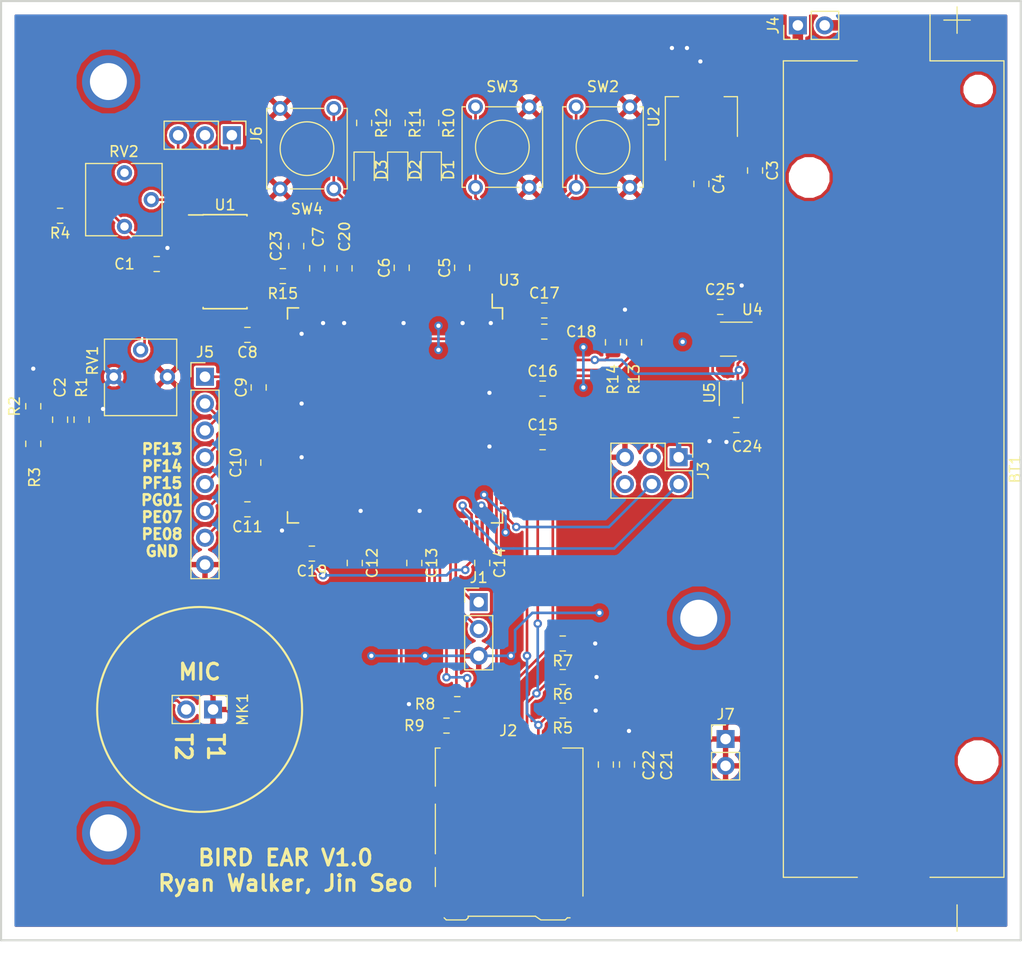
<source format=kicad_pcb>
(kicad_pcb (version 20171130) (host pcbnew 5.0.2+dfsg1-1~bpo9+1)
  (layers (0 F.Cu signal) (31 B.Cu signal) (34 B.Paste user) (35 F.Paste user) (36 B.SilkS user hide) (37 F.SilkS user) (38 B.Mask user) (39 F.Mask user) (44 Edge.Cuts user))
  (net 0 "")
  (net 1 +3V3)
  (net 2 /Raw_Audio)
  (net 3 "Net-(D3-Pad1)")
  (net 4 GND)
  (net 5 "Net-(C2-Pad2)")
  (net 6 /SCL)
  (net 7 /SDA)
  (net 8 "Net-(D2-Pad1)")
  (net 9 "Net-(D1-Pad1)")
  (net 10 /MCU/DAT1)
  (net 11 /MCU/DAT0)
  (net 12 /MCU/CMD)
  (net 13 /MCU/DAT3)
  (net 14 /MCU/DAT2)
  (net 15 "Net-(R4-Pad1)")
  (net 16 "Net-(RV1-Pad2)")
  (net 17 "Net-(C3-Pad1)")
  (net 18 Loud)
  (net 19 /PB2)
  (net 20 "Net-(U3-Pad3)")
  (net 21 "Net-(U3-Pad4)")
  (net 22 "Net-(U3-Pad5)")
  (net 23 "Net-(U3-Pad7)")
  (net 24 "Net-(U3-Pad8)")
  (net 25 "Net-(U3-Pad9)")
  (net 26 "Net-(D1-Pad2)")
  (net 27 "Net-(D2-Pad2)")
  (net 28 "Net-(D3-Pad2)")
  (net 29 "Net-(U3-Pad13)")
  (net 30 "Net-(U3-Pad14)")
  (net 31 "Net-(U3-Pad15)")
  (net 32 "Net-(U3-Pad18)")
  (net 33 "Net-(U3-Pad19)")
  (net 34 "Net-(U3-Pad20)")
  (net 35 "Net-(U3-Pad21)")
  (net 36 "Net-(U3-Pad22)")
  (net 37 "Net-(U3-Pad23)")
  (net 38 "Net-(U3-Pad24)")
  (net 39 "Net-(SW4-Pad2)")
  (net 40 "Net-(U3-Pad26)")
  (net 41 "Net-(U3-Pad27)")
  (net 42 "Net-(U3-Pad28)")
  (net 43 "Net-(U3-Pad29)")
  (net 44 "Net-(U3-Pad35)")
  (net 45 "Net-(U3-Pad36)")
  (net 46 "Net-(U3-Pad37)")
  (net 47 "Net-(U3-Pad40)")
  (net 48 "Net-(U3-Pad41)")
  (net 49 "Net-(U3-Pad42)")
  (net 50 "Net-(U3-Pad43)")
  (net 51 "Net-(U3-Pad44)")
  (net 52 "Net-(U3-Pad45)")
  (net 53 "Net-(U3-Pad46)")
  (net 54 "Net-(U3-Pad47)")
  (net 55 "Net-(U3-Pad48)")
  (net 56 "Net-(U3-Pad49)")
  (net 57 "Net-(U3-Pad50)")
  (net 58 "Net-(U3-Pad63)")
  (net 59 "Net-(U3-Pad64)")
  (net 60 "Net-(U3-Pad65)")
  (net 61 "Net-(U3-Pad66)")
  (net 62 "Net-(U3-Pad67)")
  (net 63 "Net-(U3-Pad68)")
  (net 64 "Net-(U3-Pad69)")
  (net 65 "Net-(U3-Pad70)")
  (net 66 "Net-(C19-Pad2)")
  (net 67 "Net-(U3-Pad73)")
  (net 68 "Net-(U3-Pad74)")
  (net 69 "Net-(U3-Pad75)")
  (net 70 "Net-(U3-Pad76)")
  (net 71 "Net-(U3-Pad77)")
  (net 72 "Net-(U3-Pad78)")
  (net 73 "Net-(U3-Pad79)")
  (net 74 "Net-(U3-Pad80)")
  (net 75 "Net-(U3-Pad81)")
  (net 76 "Net-(U3-Pad82)")
  (net 77 "Net-(U3-Pad85)")
  (net 78 "Net-(U3-Pad86)")
  (net 79 "Net-(U3-Pad87)")
  (net 80 "Net-(U3-Pad88)")
  (net 81 "Net-(U3-Pad89)")
  (net 82 "Net-(U3-Pad90)")
  (net 83 "Net-(U3-Pad91)")
  (net 84 "Net-(U3-Pad92)")
  (net 85 "Net-(U3-Pad93)")
  (net 86 "Net-(U3-Pad96)")
  (net 87 /MCU/SD_DET)
  (net 88 "Net-(U3-Pad100)")
  (net 89 /MCU/UART_TX)
  (net 90 /MCU/UART_RX)
  (net 91 "Net-(U3-Pad103)")
  (net 92 "Net-(U3-Pad104)")
  (net 93 /MCU/SWDIO)
  (net 94 "Net-(C19-Pad1)")
  (net 95 /MCU/SWCLK)
  (net 96 "Net-(U3-Pad110)")
  (net 97 /MCU/CLK)
  (net 98 "Net-(U3-Pad114)")
  (net 99 "Net-(U3-Pad115)")
  (net 100 "Net-(U3-Pad117)")
  (net 101 "Net-(U3-Pad118)")
  (net 102 "Net-(U3-Pad119)")
  (net 103 "Net-(U3-Pad122)")
  (net 104 "Net-(U3-Pad123)")
  (net 105 "Net-(U3-Pad124)")
  (net 106 "Net-(U3-Pad125)")
  (net 107 "Net-(U3-Pad126)")
  (net 108 "Net-(U3-Pad127)")
  (net 109 "Net-(U3-Pad128)")
  (net 110 "Net-(U3-Pad129)")
  (net 111 "Net-(U3-Pad132)")
  (net 112 "Net-(U3-Pad133)")
  (net 113 /MCU/SW_RST)
  (net 114 "Net-(U3-Pad135)")
  (net 115 "Net-(U3-Pad138)")
  (net 116 "Net-(U3-Pad139)")
  (net 117 "Net-(U3-Pad140)")
  (net 118 /PB1)
  (net 119 "Net-(U5-Pad2)")
  (net 120 "Net-(U5-Pad5)")
  (net 121 "Net-(BT1-Pad1)")
  (net 122 "Net-(U4-Pad3)")
  (net 123 "Net-(U4-Pad4)")
  (net 124 /MCU/PF13)
  (net 125 /MCU/PF14)
  (net 126 /MCU/PF15)
  (net 127 /MCU/PG0)
  (net 128 /MCU/PG1)
  (net 129 /MCU/PE7)
  (net 130 /MCU/PE8)
  (net 131 /MCU/PE9)
  (net 132 "Net-(U3-Pad142)")
  (net 133 "Net-(J6-Pad1)")
  (net 134 "Net-(J6-Pad2)")
  (net 135 "Net-(J6-Pad3)")
  (net 136 "Net-(RV2-Pad3)")
  (net 137 /MCU/Audio_In)
  (net 138 "Net-(R15-Pad2)")
  (net 139 "Net-(RV2-Pad2)")
  (net 140 "Net-(J3-Pad6)")
  (module Package_QFP:LQFP-144_20x20mm_P0.5mm (layer F.Cu) (at 103.33 117.96 270)
    (fp_text reference U3 (at -12.804 -10.795 180) (layer F.SilkS))
    (fp_text value STM32F746ZGTx)
    (pad 144 smd rect (at -8.75 -10.7) (size 1.55 0.3) (layers F.Cu F.Paste F.Mask) (net 1 +3V3))
    (pad 143 smd rect (at -8.25 -10.7) (size 1.55 0.3) (layers F.Cu F.Paste F.Mask) (net 1 +3V3))
    (pad 142 smd rect (at -7.75 -10.7) (size 1.55 0.3) (layers F.Cu F.Paste F.Mask) (net 132 "Net-(U3-Pad142)"))
    (pad 141 smd rect (at -7.25 -10.7) (size 1.55 0.3) (layers F.Cu F.Paste F.Mask) (net 18 Loud))
    (pad 140 smd rect (at -6.75 -10.7) (size 1.55 0.3) (layers F.Cu F.Paste F.Mask) (net 117 "Net-(U3-Pad140)"))
    (pad 139 smd rect (at -6.25 -10.7) (size 1.55 0.3) (layers F.Cu F.Paste F.Mask) (net 116 "Net-(U3-Pad139)"))
    (pad 138 smd rect (at -5.75 -10.7) (size 1.55 0.3) (layers F.Cu F.Paste F.Mask) (net 115 "Net-(U3-Pad138)"))
    (pad 137 smd rect (at -5.25 -10.7) (size 1.55 0.3) (layers F.Cu F.Paste F.Mask) (net 6 /SCL))
    (pad 136 smd rect (at -4.75 -10.7) (size 1.55 0.3) (layers F.Cu F.Paste F.Mask) (net 7 /SDA))
    (pad 135 smd rect (at -4.25 -10.7) (size 1.55 0.3) (layers F.Cu F.Paste F.Mask) (net 114 "Net-(U3-Pad135)"))
    (pad 134 smd rect (at -3.75 -10.7) (size 1.55 0.3) (layers F.Cu F.Paste F.Mask) (net 113 /MCU/SW_RST))
    (pad 133 smd rect (at -3.25 -10.7) (size 1.55 0.3) (layers F.Cu F.Paste F.Mask) (net 112 "Net-(U3-Pad133)"))
    (pad 132 smd rect (at -2.75 -10.7) (size 1.55 0.3) (layers F.Cu F.Paste F.Mask) (net 111 "Net-(U3-Pad132)"))
    (pad 131 smd rect (at -2.25 -10.7) (size 1.55 0.3) (layers F.Cu F.Paste F.Mask) (net 1 +3V3))
    (pad 130 smd rect (at -1.75 -10.7) (size 1.55 0.3) (layers F.Cu F.Paste F.Mask) (net 4 GND))
    (pad 129 smd rect (at -1.25 -10.7) (size 1.55 0.3) (layers F.Cu F.Paste F.Mask) (net 110 "Net-(U3-Pad129)"))
    (pad 128 smd rect (at -0.75 -10.7) (size 1.55 0.3) (layers F.Cu F.Paste F.Mask) (net 109 "Net-(U3-Pad128)"))
    (pad 127 smd rect (at -0.25 -10.7) (size 1.55 0.3) (layers F.Cu F.Paste F.Mask) (net 108 "Net-(U3-Pad127)"))
    (pad 126 smd rect (at 0.25 -10.7) (size 1.55 0.3) (layers F.Cu F.Paste F.Mask) (net 107 "Net-(U3-Pad126)"))
    (pad 125 smd rect (at 0.75 -10.7) (size 1.55 0.3) (layers F.Cu F.Paste F.Mask) (net 106 "Net-(U3-Pad125)"))
    (pad 124 smd rect (at 1.25 -10.7) (size 1.55 0.3) (layers F.Cu F.Paste F.Mask) (net 105 "Net-(U3-Pad124)"))
    (pad 123 smd rect (at 1.75 -10.7) (size 1.55 0.3) (layers F.Cu F.Paste F.Mask) (net 104 "Net-(U3-Pad123)"))
    (pad 122 smd rect (at 2.25 -10.7) (size 1.55 0.3) (layers F.Cu F.Paste F.Mask) (net 103 "Net-(U3-Pad122)"))
    (pad 121 smd rect (at 2.75 -10.7) (size 1.55 0.3) (layers F.Cu F.Paste F.Mask) (net 1 +3V3))
    (pad 120 smd rect (at 3.25 -10.7) (size 1.55 0.3) (layers F.Cu F.Paste F.Mask) (net 4 GND))
    (pad 119 smd rect (at 3.75 -10.7) (size 1.55 0.3) (layers F.Cu F.Paste F.Mask) (net 102 "Net-(U3-Pad119)"))
    (pad 118 smd rect (at 4.25 -10.7) (size 1.55 0.3) (layers F.Cu F.Paste F.Mask) (net 101 "Net-(U3-Pad118)"))
    (pad 117 smd rect (at 4.75 -10.7) (size 1.55 0.3) (layers F.Cu F.Paste F.Mask) (net 100 "Net-(U3-Pad117)"))
    (pad 116 smd rect (at 5.25 -10.7) (size 1.55 0.3) (layers F.Cu F.Paste F.Mask) (net 12 /MCU/CMD))
    (pad 115 smd rect (at 5.75 -10.7) (size 1.55 0.3) (layers F.Cu F.Paste F.Mask) (net 99 "Net-(U3-Pad115)"))
    (pad 114 smd rect (at 6.25 -10.7) (size 1.55 0.3) (layers F.Cu F.Paste F.Mask) (net 98 "Net-(U3-Pad114)"))
    (pad 113 smd rect (at 6.75 -10.7) (size 1.55 0.3) (layers F.Cu F.Paste F.Mask) (net 97 /MCU/CLK))
    (pad 112 smd rect (at 7.25 -10.7) (size 1.55 0.3) (layers F.Cu F.Paste F.Mask) (net 13 /MCU/DAT3))
    (pad 111 smd rect (at 7.75 -10.7) (size 1.55 0.3) (layers F.Cu F.Paste F.Mask) (net 14 /MCU/DAT2))
    (pad 110 smd rect (at 8.25 -10.7) (size 1.55 0.3) (layers F.Cu F.Paste F.Mask) (net 96 "Net-(U3-Pad110)"))
    (pad 109 smd rect (at 8.75 -10.7) (size 1.55 0.3) (layers F.Cu F.Paste F.Mask) (net 95 /MCU/SWCLK))
    (pad 108 smd rect (at 10.7 -8.75 270) (size 1.55 0.3) (layers F.Cu F.Paste F.Mask) (net 1 +3V3))
    (pad 107 smd rect (at 10.7 -8.25 270) (size 1.55 0.3) (layers F.Cu F.Paste F.Mask) (net 4 GND))
    (pad 106 smd rect (at 10.7 -7.75 270) (size 1.55 0.3) (layers F.Cu F.Paste F.Mask) (net 94 "Net-(C19-Pad1)"))
    (pad 105 smd rect (at 10.7 -7.25 270) (size 1.55 0.3) (layers F.Cu F.Paste F.Mask) (net 93 /MCU/SWDIO))
    (pad 104 smd rect (at 10.7 -6.75 270) (size 1.55 0.3) (layers F.Cu F.Paste F.Mask) (net 92 "Net-(U3-Pad104)"))
    (pad 103 smd rect (at 10.7 -6.25 270) (size 1.55 0.3) (layers F.Cu F.Paste F.Mask) (net 91 "Net-(U3-Pad103)"))
    (pad 102 smd rect (at 10.7 -5.75 270) (size 1.55 0.3) (layers F.Cu F.Paste F.Mask) (net 90 /MCU/UART_RX))
    (pad 101 smd rect (at 10.7 -5.25 270) (size 1.55 0.3) (layers F.Cu F.Paste F.Mask) (net 89 /MCU/UART_TX))
    (pad 100 smd rect (at 10.7 -4.75 270) (size 1.55 0.3) (layers F.Cu F.Paste F.Mask) (net 88 "Net-(U3-Pad100)"))
    (pad 99 smd rect (at 10.7 -4.25 270) (size 1.55 0.3) (layers F.Cu F.Paste F.Mask) (net 10 /MCU/DAT1))
    (pad 98 smd rect (at 10.7 -3.75 270) (size 1.55 0.3) (layers F.Cu F.Paste F.Mask) (net 11 /MCU/DAT0))
    (pad 97 smd rect (at 10.7 -3.25 270) (size 1.55 0.3) (layers F.Cu F.Paste F.Mask) (net 87 /MCU/SD_DET))
    (pad 96 smd rect (at 10.7 -2.75 270) (size 1.55 0.3) (layers F.Cu F.Paste F.Mask) (net 86 "Net-(U3-Pad96)"))
    (pad 95 smd rect (at 10.7 -2.25 270) (size 1.55 0.3) (layers F.Cu F.Paste F.Mask) (net 1 +3V3))
    (pad 94 smd rect (at 10.7 -1.75 270) (size 1.55 0.3) (layers F.Cu F.Paste F.Mask) (net 4 GND))
    (pad 93 smd rect (at 10.7 -1.25 270) (size 1.55 0.3) (layers F.Cu F.Paste F.Mask) (net 85 "Net-(U3-Pad93)"))
    (pad 92 smd rect (at 10.7 -0.75 270) (size 1.55 0.3) (layers F.Cu F.Paste F.Mask) (net 84 "Net-(U3-Pad92)"))
    (pad 91 smd rect (at 10.7 -0.25 270) (size 1.55 0.3) (layers F.Cu F.Paste F.Mask) (net 83 "Net-(U3-Pad91)"))
    (pad 90 smd rect (at 10.7 0.25 270) (size 1.55 0.3) (layers F.Cu F.Paste F.Mask) (net 82 "Net-(U3-Pad90)"))
    (pad 89 smd rect (at 10.7 0.75 270) (size 1.55 0.3) (layers F.Cu F.Paste F.Mask) (net 81 "Net-(U3-Pad89)"))
    (pad 88 smd rect (at 10.7 1.25 270) (size 1.55 0.3) (layers F.Cu F.Paste F.Mask) (net 80 "Net-(U3-Pad88)"))
    (pad 87 smd rect (at 10.7 1.75 270) (size 1.55 0.3) (layers F.Cu F.Paste F.Mask) (net 79 "Net-(U3-Pad87)"))
    (pad 86 smd rect (at 10.7 2.25 270) (size 1.55 0.3) (layers F.Cu F.Paste F.Mask) (net 78 "Net-(U3-Pad86)"))
    (pad 85 smd rect (at 10.7 2.75 270) (size 1.55 0.3) (layers F.Cu F.Paste F.Mask) (net 77 "Net-(U3-Pad85)"))
    (pad 84 smd rect (at 10.7 3.25 270) (size 1.55 0.3) (layers F.Cu F.Paste F.Mask) (net 1 +3V3))
    (pad 83 smd rect (at 10.7 3.75 270) (size 1.55 0.3) (layers F.Cu F.Paste F.Mask) (net 4 GND))
    (pad 82 smd rect (at 10.7 4.25 270) (size 1.55 0.3) (layers F.Cu F.Paste F.Mask) (net 76 "Net-(U3-Pad82)"))
    (pad 81 smd rect (at 10.7 4.75 270) (size 1.55 0.3) (layers F.Cu F.Paste F.Mask) (net 75 "Net-(U3-Pad81)"))
    (pad 80 smd rect (at 10.7 5.25 270) (size 1.55 0.3) (layers F.Cu F.Paste F.Mask) (net 74 "Net-(U3-Pad80)"))
    (pad 79 smd rect (at 10.7 5.75 270) (size 1.55 0.3) (layers F.Cu F.Paste F.Mask) (net 73 "Net-(U3-Pad79)"))
    (pad 78 smd rect (at 10.7 6.25 270) (size 1.55 0.3) (layers F.Cu F.Paste F.Mask) (net 72 "Net-(U3-Pad78)"))
    (pad 77 smd rect (at 10.7 6.75 270) (size 1.55 0.3) (layers F.Cu F.Paste F.Mask) (net 71 "Net-(U3-Pad77)"))
    (pad 76 smd rect (at 10.7 7.25 270) (size 1.55 0.3) (layers F.Cu F.Paste F.Mask) (net 70 "Net-(U3-Pad76)"))
    (pad 75 smd rect (at 10.7 7.75 270) (size 1.55 0.3) (layers F.Cu F.Paste F.Mask) (net 69 "Net-(U3-Pad75)"))
    (pad 74 smd rect (at 10.7 8.25 270) (size 1.55 0.3) (layers F.Cu F.Paste F.Mask) (net 68 "Net-(U3-Pad74)"))
    (pad 73 smd rect (at 10.7 8.75 270) (size 1.55 0.3) (layers F.Cu F.Paste F.Mask) (net 67 "Net-(U3-Pad73)"))
    (pad 72 smd rect (at 8.75 10.7) (size 1.55 0.3) (layers F.Cu F.Paste F.Mask) (net 1 +3V3))
    (pad 71 smd rect (at 8.25 10.7) (size 1.55 0.3) (layers F.Cu F.Paste F.Mask) (net 66 "Net-(C19-Pad2)"))
    (pad 70 smd rect (at 7.75 10.7) (size 1.55 0.3) (layers F.Cu F.Paste F.Mask) (net 65 "Net-(U3-Pad70)"))
    (pad 69 smd rect (at 7.25 10.7) (size 1.55 0.3) (layers F.Cu F.Paste F.Mask) (net 64 "Net-(U3-Pad69)"))
    (pad 68 smd rect (at 6.75 10.7) (size 1.55 0.3) (layers F.Cu F.Paste F.Mask) (net 63 "Net-(U3-Pad68)"))
    (pad 67 smd rect (at 6.25 10.7) (size 1.55 0.3) (layers F.Cu F.Paste F.Mask) (net 62 "Net-(U3-Pad67)"))
    (pad 66 smd rect (at 5.75 10.7) (size 1.55 0.3) (layers F.Cu F.Paste F.Mask) (net 61 "Net-(U3-Pad66)"))
    (pad 65 smd rect (at 5.25 10.7) (size 1.55 0.3) (layers F.Cu F.Paste F.Mask) (net 60 "Net-(U3-Pad65)"))
    (pad 64 smd rect (at 4.75 10.7) (size 1.55 0.3) (layers F.Cu F.Paste F.Mask) (net 59 "Net-(U3-Pad64)"))
    (pad 63 smd rect (at 4.25 10.7) (size 1.55 0.3) (layers F.Cu F.Paste F.Mask) (net 58 "Net-(U3-Pad63)"))
    (pad 62 smd rect (at 3.75 10.7) (size 1.55 0.3) (layers F.Cu F.Paste F.Mask) (net 1 +3V3))
    (pad 61 smd rect (at 3.25 10.7) (size 1.55 0.3) (layers F.Cu F.Paste F.Mask) (net 4 GND))
    (pad 60 smd rect (at 2.75 10.7) (size 1.55 0.3) (layers F.Cu F.Paste F.Mask) (net 131 /MCU/PE9))
    (pad 59 smd rect (at 2.25 10.7) (size 1.55 0.3) (layers F.Cu F.Paste F.Mask) (net 130 /MCU/PE8))
    (pad 58 smd rect (at 1.75 10.7) (size 1.55 0.3) (layers F.Cu F.Paste F.Mask) (net 129 /MCU/PE7))
    (pad 57 smd rect (at 1.25 10.7) (size 1.55 0.3) (layers F.Cu F.Paste F.Mask) (net 128 /MCU/PG1))
    (pad 56 smd rect (at 0.75 10.7) (size 1.55 0.3) (layers F.Cu F.Paste F.Mask) (net 127 /MCU/PG0))
    (pad 55 smd rect (at 0.25 10.7) (size 1.55 0.3) (layers F.Cu F.Paste F.Mask) (net 126 /MCU/PF15))
    (pad 54 smd rect (at -0.25 10.7) (size 1.55 0.3) (layers F.Cu F.Paste F.Mask) (net 125 /MCU/PF14))
    (pad 53 smd rect (at -0.75 10.7) (size 1.55 0.3) (layers F.Cu F.Paste F.Mask) (net 124 /MCU/PF13))
    (pad 52 smd rect (at -1.25 10.7) (size 1.55 0.3) (layers F.Cu F.Paste F.Mask) (net 1 +3V3))
    (pad 51 smd rect (at -1.75 10.7) (size 1.55 0.3) (layers F.Cu F.Paste F.Mask) (net 4 GND))
    (pad 50 smd rect (at -2.25 10.7) (size 1.55 0.3) (layers F.Cu F.Paste F.Mask) (net 57 "Net-(U3-Pad50)"))
    (pad 49 smd rect (at -2.75 10.7) (size 1.55 0.3) (layers F.Cu F.Paste F.Mask) (net 56 "Net-(U3-Pad49)"))
    (pad 48 smd rect (at -3.25 10.7) (size 1.55 0.3) (layers F.Cu F.Paste F.Mask) (net 55 "Net-(U3-Pad48)"))
    (pad 47 smd rect (at -3.75 10.7) (size 1.55 0.3) (layers F.Cu F.Paste F.Mask) (net 54 "Net-(U3-Pad47)"))
    (pad 46 smd rect (at -4.25 10.7) (size 1.55 0.3) (layers F.Cu F.Paste F.Mask) (net 53 "Net-(U3-Pad46)"))
    (pad 45 smd rect (at -4.75 10.7) (size 1.55 0.3) (layers F.Cu F.Paste F.Mask) (net 52 "Net-(U3-Pad45)"))
    (pad 44 smd rect (at -5.25 10.7) (size 1.55 0.3) (layers F.Cu F.Paste F.Mask) (net 51 "Net-(U3-Pad44)"))
    (pad 43 smd rect (at -5.75 10.7) (size 1.55 0.3) (layers F.Cu F.Paste F.Mask) (net 50 "Net-(U3-Pad43)"))
    (pad 42 smd rect (at -6.25 10.7) (size 1.55 0.3) (layers F.Cu F.Paste F.Mask) (net 49 "Net-(U3-Pad42)"))
    (pad 41 smd rect (at -6.75 10.7) (size 1.55 0.3) (layers F.Cu F.Paste F.Mask) (net 48 "Net-(U3-Pad41)"))
    (pad 40 smd rect (at -7.25 10.7) (size 1.55 0.3) (layers F.Cu F.Paste F.Mask) (net 47 "Net-(U3-Pad40)"))
    (pad 39 smd rect (at -7.75 10.7) (size 1.55 0.3) (layers F.Cu F.Paste F.Mask) (net 1 +3V3))
    (pad 38 smd rect (at -8.25 10.7) (size 1.55 0.3) (layers F.Cu F.Paste F.Mask) (net 4 GND))
    (pad 37 smd rect (at -8.75 10.7) (size 1.55 0.3) (layers F.Cu F.Paste F.Mask) (net 46 "Net-(U3-Pad37)"))
    (pad 36 smd rect (at -10.7 8.75 270) (size 1.55 0.3) (layers F.Cu F.Paste F.Mask) (net 45 "Net-(U3-Pad36)"))
    (pad 35 smd rect (at -10.7 8.25 270) (size 1.55 0.3) (layers F.Cu F.Paste F.Mask) (net 44 "Net-(U3-Pad35)"))
    (pad 34 smd rect (at -10.7 7.75 270) (size 1.55 0.3) (layers F.Cu F.Paste F.Mask) (net 137 /MCU/Audio_In))
    (pad 33 smd rect (at -10.7 7.25 270) (size 1.55 0.3) (layers F.Cu F.Paste F.Mask) (net 1 +3V3))
    (pad 32 smd rect (at -10.7 6.75 270) (size 1.55 0.3) (layers F.Cu F.Paste F.Mask) (net 1 +3V3))
    (pad 31 smd rect (at -10.7 6.25 270) (size 1.55 0.3) (layers F.Cu F.Paste F.Mask) (net 4 GND))
    (pad 30 smd rect (at -10.7 5.75 270) (size 1.55 0.3) (layers F.Cu F.Paste F.Mask) (net 1 +3V3))
    (pad 29 smd rect (at -10.7 5.25 270) (size 1.55 0.3) (layers F.Cu F.Paste F.Mask) (net 43 "Net-(U3-Pad29)"))
    (pad 28 smd rect (at -10.7 4.75 270) (size 1.55 0.3) (layers F.Cu F.Paste F.Mask) (net 42 "Net-(U3-Pad28)"))
    (pad 27 smd rect (at -10.7 4.25 270) (size 1.55 0.3) (layers F.Cu F.Paste F.Mask) (net 41 "Net-(U3-Pad27)"))
    (pad 26 smd rect (at -10.7 3.75 270) (size 1.55 0.3) (layers F.Cu F.Paste F.Mask) (net 40 "Net-(U3-Pad26)"))
    (pad 25 smd rect (at -10.7 3.25 270) (size 1.55 0.3) (layers F.Cu F.Paste F.Mask) (net 39 "Net-(SW4-Pad2)"))
    (pad 24 smd rect (at -10.7 2.75 270) (size 1.55 0.3) (layers F.Cu F.Paste F.Mask) (net 38 "Net-(U3-Pad24)"))
    (pad 23 smd rect (at -10.7 2.25 270) (size 1.55 0.3) (layers F.Cu F.Paste F.Mask) (net 37 "Net-(U3-Pad23)"))
    (pad 22 smd rect (at -10.7 1.75 270) (size 1.55 0.3) (layers F.Cu F.Paste F.Mask) (net 36 "Net-(U3-Pad22)"))
    (pad 21 smd rect (at -10.7 1.25 270) (size 1.55 0.3) (layers F.Cu F.Paste F.Mask) (net 35 "Net-(U3-Pad21)"))
    (pad 20 smd rect (at -10.7 0.75 270) (size 1.55 0.3) (layers F.Cu F.Paste F.Mask) (net 34 "Net-(U3-Pad20)"))
    (pad 19 smd rect (at -10.7 0.25 270) (size 1.55 0.3) (layers F.Cu F.Paste F.Mask) (net 33 "Net-(U3-Pad19)"))
    (pad 18 smd rect (at -10.7 -0.25 270) (size 1.55 0.3) (layers F.Cu F.Paste F.Mask) (net 32 "Net-(U3-Pad18)"))
    (pad 17 smd rect (at -10.7 -0.75 270) (size 1.55 0.3) (layers F.Cu F.Paste F.Mask) (net 1 +3V3))
    (pad 16 smd rect (at -10.7 -1.25 270) (size 1.55 0.3) (layers F.Cu F.Paste F.Mask) (net 4 GND))
    (pad 15 smd rect (at -10.7 -1.75 270) (size 1.55 0.3) (layers F.Cu F.Paste F.Mask) (net 31 "Net-(U3-Pad15)"))
    (pad 14 smd rect (at -10.7 -2.25 270) (size 1.55 0.3) (layers F.Cu F.Paste F.Mask) (net 30 "Net-(U3-Pad14)"))
    (pad 13 smd rect (at -10.7 -2.75 270) (size 1.55 0.3) (layers F.Cu F.Paste F.Mask) (net 29 "Net-(U3-Pad13)"))
    (pad 12 smd rect (at -10.7 -3.25 270) (size 1.55 0.3) (layers F.Cu F.Paste F.Mask) (net 28 "Net-(D3-Pad2)"))
    (pad 11 smd rect (at -10.7 -3.75 270) (size 1.55 0.3) (layers F.Cu F.Paste F.Mask) (net 27 "Net-(D2-Pad2)"))
    (pad 10 smd rect (at -10.7 -4.25 270) (size 1.55 0.3) (layers F.Cu F.Paste F.Mask) (net 26 "Net-(D1-Pad2)"))
    (pad 9 smd rect (at -10.7 -4.75 270) (size 1.55 0.3) (layers F.Cu F.Paste F.Mask) (net 25 "Net-(U3-Pad9)"))
    (pad 8 smd rect (at -10.7 -5.25 270) (size 1.55 0.3) (layers F.Cu F.Paste F.Mask) (net 24 "Net-(U3-Pad8)"))
    (pad 7 smd rect (at -10.7 -5.75 270) (size 1.55 0.3) (layers F.Cu F.Paste F.Mask) (net 23 "Net-(U3-Pad7)"))
    (pad 6 smd rect (at -10.7 -6.25 270) (size 1.55 0.3) (layers F.Cu F.Paste F.Mask) (net 1 +3V3))
    (pad 5 smd rect (at -10.7 -6.75 270) (size 1.55 0.3) (layers F.Cu F.Paste F.Mask) (net 22 "Net-(U3-Pad5)"))
    (pad 4 smd rect (at -10.7 -7.25 270) (size 1.55 0.3) (layers F.Cu F.Paste F.Mask) (net 21 "Net-(U3-Pad4)"))
    (pad 3 smd rect (at -10.7 -7.75 270) (size 1.55 0.3) (layers F.Cu F.Paste F.Mask) (net 20 "Net-(U3-Pad3)"))
    (pad 2 smd rect (at -10.7 -8.25 270) (size 1.55 0.3) (layers F.Cu F.Paste F.Mask) (net 19 /PB2))
    (pad 1 smd rect (at -10.7 -8.75 270) (size 1.55 0.3) (layers F.Cu F.Paste F.Mask) (net 118 /PB1))
  )
  (module Connector_PinHeader_2.54mm:PinHeader_2x03_P2.54mm_Vertical (layer F.Cu) (at 130.175 121.92 270)
    (fp_text reference J3 (at 1.27 -2.33 90) (layer F.SilkS))
    (fp_text value Conn_02x03_Odd_Even)
    (pad 6 thru_hole oval (at 2.54 5.08 270) (size 1.7 1.7) (drill 1) (layers *.Cu *.Mask) (net 140 "Net-(J3-Pad6)"))
    (pad 5 thru_hole oval (at 0 5.08 270) (size 1.7 1.7) (drill 1) (layers *.Cu *.Mask) (net 4 GND))
    (pad 4 thru_hole oval (at 2.54 2.54 270) (size 1.7 1.7) (drill 1) (layers *.Cu *.Mask) (net 95 /MCU/SWCLK))
    (pad 3 thru_hole oval (at 0 2.54 270) (size 1.7 1.7) (drill 1) (layers *.Cu *.Mask) (net 113 /MCU/SW_RST))
    (pad 2 thru_hole oval (at 2.54 0 270) (size 1.7 1.7) (drill 1) (layers *.Cu *.Mask) (net 93 /MCU/SWDIO))
    (pad 1 thru_hole rect (at 0 0 270) (size 1.7 1.7) (drill 1) (layers *.Cu *.Mask) (net 1 +3V3))
  )
  (module Resistor_SMD:R_0805_2012Metric (layer F.Cu) (at 92.71 104.775 180)
    (fp_text reference R15 (at 0 -1.65) (layer F.SilkS))
    (fp_text value 16k)
    (pad 2 smd roundrect (at 0.9375 0 180) (size 0.975 1.4) (layers F.Cu F.Paste F.Mask) (net 138 "Net-(R15-Pad2)"))
    (pad 1 smd roundrect (at -0.9375 0 180) (size 0.975 1.4) (layers F.Cu F.Paste F.Mask) (net 137 /MCU/Audio_In))
  )
  (module Capacitor_SMD:C_0805_2012Metric (layer F.Cu) (at 93.98 101.9325 270)
    (fp_text reference C23 (at 0 1.905 90) (layer F.SilkS))
    (fp_text value 1nF)
    (pad 2 smd roundrect (at 0.9375 0 270) (size 0.975 1.4) (layers F.Cu F.Paste F.Mask) (net 137 /MCU/Audio_In))
    (pad 1 smd roundrect (at -0.9375 0 270) (size 0.975 1.4) (layers F.Cu F.Paste F.Mask) (net 4 GND))
  )
  (module Connector_PinHeader_2.54mm:PinHeader_1x02_P2.54mm_Vertical (layer F.Cu) (at 134.62 148.59)
    (fp_text reference J7 (at 0 -2.33) (layer F.SilkS))
    (fp_text value Conn_01x02_Male)
    (pad 2 thru_hole oval (at 0 2.54) (size 1.7 1.7) (drill 1) (layers *.Cu *.Mask) (net 4 GND))
    (pad 1 thru_hole rect (at 0 0) (size 1.7 1.7) (drill 1) (layers *.Cu *.Mask) (net 4 GND))
  )
  (module Potentiometer_THT:Potentiometer_Vishay_T73YP_Vertical (layer F.Cu) (at 77.724 100.076)
    (fp_text reference RV2 (at -0.06 -7.09) (layer F.SilkS))
    (fp_text value 1M)
    (pad 1 thru_hole circle (at 0 0) (size 1.44 1.44) (drill 0.8) (layers *.Cu *.Mask) (net 15 "Net-(R4-Pad1)"))
    (pad 2 thru_hole circle (at 2.54 -2.54) (size 1.44 1.44) (drill 0.8) (layers *.Cu *.Mask) (net 139 "Net-(RV2-Pad2)"))
    (pad 3 thru_hole circle (at 0 -5.08) (size 1.44 1.44) (drill 0.8) (layers *.Cu *.Mask) (net 136 "Net-(RV2-Pad3)"))
  )
  (module Potentiometer_THT:Potentiometer_Vishay_T73YP_Vertical (layer F.Cu) (at 81.788 114.3 90)
    (fp_text reference RV1 (at 1.524 -7.09 90) (layer F.SilkS))
    (fp_text value 1M)
    (pad 3 thru_hole circle (at 0 -5.08 90) (size 1.44 1.44) (drill 0.8) (layers *.Cu *.Mask) (net 1 +3V3))
    (pad 2 thru_hole circle (at 2.54 -2.54 90) (size 1.44 1.44) (drill 0.8) (layers *.Cu *.Mask) (net 16 "Net-(RV1-Pad2)"))
    (pad 1 thru_hole circle (at 0 0 90) (size 1.44 1.44) (drill 0.8) (layers *.Cu *.Mask) (net 4 GND))
  )
  (module Connector_PinHeader_2.54mm:PinHeader_1x03_P2.54mm_Vertical (layer F.Cu) (at 87.884 91.44 270)
    (fp_text reference J6 (at 0 -2.33 270) (layer F.SilkS))
    (fp_text value Conn_01x03_Male)
    (pad 1 thru_hole rect (at 0 0 270) (size 1.7 1.7) (drill 1) (layers *.Cu *.Mask) (net 133 "Net-(J6-Pad1)"))
    (pad 2 thru_hole oval (at 0 2.54 270) (size 1.7 1.7) (drill 1) (layers *.Cu *.Mask) (net 134 "Net-(J6-Pad2)"))
    (pad 3 thru_hole oval (at 0 5.08 270) (size 1.7 1.7) (drill 1) (layers *.Cu *.Mask) (net 135 "Net-(J6-Pad3)"))
  )
  (module Connector_PinHeader_2.54mm:PinHeader_1x08_P2.54mm_Vertical (layer F.Cu) (at 85.344 114.3)
    (fp_text reference J5 (at 0 -2.33) (layer F.SilkS))
    (fp_text value Conn_01x08_Male)
    (pad 1 thru_hole rect (at 0 0) (size 1.7 1.7) (drill 1) (layers *.Cu *.Mask) (net 124 /MCU/PF13))
    (pad 2 thru_hole oval (at 0 2.54) (size 1.7 1.7) (drill 1) (layers *.Cu *.Mask) (net 125 /MCU/PF14))
    (pad 3 thru_hole oval (at 0 5.08) (size 1.7 1.7) (drill 1) (layers *.Cu *.Mask) (net 126 /MCU/PF15))
    (pad 4 thru_hole oval (at 0 7.62) (size 1.7 1.7) (drill 1) (layers *.Cu *.Mask) (net 127 /MCU/PG0))
    (pad 5 thru_hole oval (at 0 10.16) (size 1.7 1.7) (drill 1) (layers *.Cu *.Mask) (net 128 /MCU/PG1))
    (pad 6 thru_hole oval (at 0 12.7) (size 1.7 1.7) (drill 1) (layers *.Cu *.Mask) (net 129 /MCU/PE7))
    (pad 7 thru_hole oval (at 0 15.24) (size 1.7 1.7) (drill 1) (layers *.Cu *.Mask) (net 130 /MCU/PE8))
    (pad 8 thru_hole oval (at 0 17.78) (size 1.7 1.7) (drill 1) (layers *.Cu *.Mask) (net 4 GND))
  )
  (module Connector_PinHeader_2.54mm:PinHeader_1x02_P2.54mm_Vertical (layer F.Cu) (at 86.106 145.796 270)
    (fp_text reference MK1 (at 0 -2.794 270) (layer F.SilkS))
    (fp_text value CMA-4544PF-W)
    (pad 1 thru_hole rect (at 0 0 270) (size 1.7 1.7) (drill 1) (layers *.Cu *.Mask) (net 4 GND))
    (pad 2 thru_hole oval (at 0 2.54 270) (size 1.7 1.7) (drill 1) (layers *.Cu *.Mask) (net 5 "Net-(C2-Pad2)"))
  )
  (module Package_DFN_QFN:DFN-6-1EP_3x3mm_P1mm_EP1.5x2.4mm (layer F.Cu) (at 135.636 110.744 180)
    (fp_text reference U4 (at -1.524 2.794 180) (layer F.SilkS))
    (fp_text value Si7050-A20)
    (pad 7 smd roundrect (at 0 0 180) (size 1.5 2.4) (layers F.Cu F.Mask) (roundrect_rratio 0.167) (net 4 GND))
    (pad 1 smd roundrect (at -1.45 -1 180) (size 0.8 0.4) (layers F.Cu F.Paste F.Mask) (net 6 /SCL))
    (pad 2 smd roundrect (at -1.45 0 180) (size 0.8 0.4) (layers F.Cu F.Paste F.Mask) (net 4 GND))
    (pad 3 smd roundrect (at -1.45 1 180) (size 0.8 0.4) (layers F.Cu F.Paste F.Mask) (net 122 "Net-(U4-Pad3)"))
    (pad 4 smd roundrect (at 1.45 1 180) (size 0.8 0.4) (layers F.Cu F.Paste F.Mask) (net 123 "Net-(U4-Pad4)"))
    (pad 5 smd roundrect (at 1.45 0 180) (size 0.8 0.4) (layers F.Cu F.Paste F.Mask) (net 1 +3V3))
    (pad 6 smd roundrect (at 1.45 -1 180) (size 0.8 0.4) (layers F.Cu F.Paste F.Mask) (net 7 /SDA))
  )
  (module Battery:BatteryHolder_Keystone_1042_1x18650 (layer F.Cu) (at 150.53 123.04 270)
    (fp_text reference BT1 (at 0 -11.5 270) (layer F.SilkS))
    (fp_text value Battery_Cell)
    (pad 1 smd rect (at -39.33 0 270) (size 7.34 6.35) (layers F.Cu F.Paste F.Mask) (net 121 "Net-(BT1-Pad1)"))
    (pad 2 smd rect (at 39.33 0 270) (size 7.34 6.35) (layers F.Cu F.Paste F.Mask) (net 4 GND))
    (pad "" np_thru_hole circle (at 27.6 -8 270) (size 3.45 3.45) (drill 3.45) (layers *.Cu *.Mask))
    (pad "" np_thru_hole circle (at -27.6 8 270) (size 3.45 3.45) (drill 3.45) (layers *.Cu *.Mask))
    (pad "" np_thru_hole circle (at -35.93 -8 270) (size 2.39 2.39) (drill 2.39) (layers *.Cu *.Mask))
  )
  (module Button_Switch_THT:SW_Tactile_Straight_KSA0Axx1LFTR (layer F.Cu) (at 92.456 96.52 90)
    (fp_text reference SW4 (at -1.905 2.54) (layer F.SilkS))
    (fp_text value "KSA0A311 LFTR")
    (pad 1 thru_hole circle (at 7.62 0 90) (size 1.397 1.397) (drill 0.8128) (layers *.Cu *.Mask) (net 4 GND))
    (pad 2 thru_hole circle (at 7.62 5.08 90) (size 1.397 1.397) (drill 0.8128) (layers *.Cu *.Mask) (net 39 "Net-(SW4-Pad2)"))
    (pad 1 thru_hole circle (at 0 0 90) (size 1.397 1.397) (drill 0.8128) (layers *.Cu *.Mask) (net 4 GND))
    (pad 2 thru_hole circle (at 0 5.08 90) (size 1.397 1.397) (drill 0.8128) (layers *.Cu *.Mask) (net 39 "Net-(SW4-Pad2)"))
  )
  (module Button_Switch_THT:SW_Tactile_Straight_KSA0Axx1LFTR (layer F.Cu) (at 110.95 96.37 90)
    (fp_text reference SW3 (at 9.525 2.54 180) (layer F.SilkS))
    (fp_text value "KSA0A311 LFTR")
    (pad 2 thru_hole circle (at 0 5.08 90) (size 1.397 1.397) (drill 0.8128) (layers *.Cu *.Mask) (net 4 GND))
    (pad 1 thru_hole circle (at 0 0 90) (size 1.397 1.397) (drill 0.8128) (layers *.Cu *.Mask) (net 19 /PB2))
    (pad 2 thru_hole circle (at 7.62 5.08 90) (size 1.397 1.397) (drill 0.8128) (layers *.Cu *.Mask) (net 4 GND))
    (pad 1 thru_hole circle (at 7.62 0 90) (size 1.397 1.397) (drill 0.8128) (layers *.Cu *.Mask) (net 19 /PB2))
  )
  (module Button_Switch_THT:SW_Tactile_Straight_KSA0Axx1LFTR (layer F.Cu) (at 120.475 96.37 90)
    (fp_text reference SW2 (at 9.525 2.54 180) (layer F.SilkS))
    (fp_text value "KSA0A311 LFTR")
    (pad 1 thru_hole circle (at 7.62 0 90) (size 1.397 1.397) (drill 0.8128) (layers *.Cu *.Mask) (net 118 /PB1))
    (pad 2 thru_hole circle (at 7.62 5.08 90) (size 1.397 1.397) (drill 0.8128) (layers *.Cu *.Mask) (net 4 GND))
    (pad 1 thru_hole circle (at 0 0 90) (size 1.397 1.397) (drill 0.8128) (layers *.Cu *.Mask) (net 118 /PB1))
    (pad 2 thru_hole circle (at 0 5.08 90) (size 1.397 1.397) (drill 0.8128) (layers *.Cu *.Mask) (net 4 GND))
  )
  (module Capacitor_SMD:C_0805_2012Metric (layer F.Cu) (at 80.772 103.632 180)
    (fp_text reference C1 (at 3.048 0 180) (layer F.SilkS))
    (fp_text value 1uF)
    (pad 1 smd roundrect (at -0.9375 0 180) (size 0.975 1.4) (layers F.Cu F.Paste F.Mask) (net 1 +3V3))
    (pad 2 smd roundrect (at 0.9375 0 180) (size 0.975 1.4) (layers F.Cu F.Paste F.Mask) (net 4 GND))
  )
  (module Capacitor_SMD:C_0805_2012Metric (layer F.Cu) (at 71.628 118.364 270)
    (fp_text reference C2 (at -3.048 0 270) (layer F.SilkS))
    (fp_text value 1uF)
    (pad 2 smd roundrect (at 0.9375 0 270) (size 0.975 1.4) (layers F.Cu F.Paste F.Mask) (net 5 "Net-(C2-Pad2)"))
    (pad 1 smd roundrect (at -0.9375 0 270) (size 0.975 1.4) (layers F.Cu F.Paste F.Mask) (net 2 /Raw_Audio))
  )
  (module Capacitor_SMD:C_0805_2012Metric (layer F.Cu) (at 137.41 94.78 270)
    (fp_text reference C3 (at 0 -1.65 270) (layer F.SilkS))
    (fp_text value 1uF)
    (pad 1 smd roundrect (at -0.9375 0 270) (size 0.975 1.4) (layers F.Cu F.Paste F.Mask) (net 17 "Net-(C3-Pad1)"))
    (pad 2 smd roundrect (at 0.9375 0 270) (size 0.975 1.4) (layers F.Cu F.Paste F.Mask) (net 4 GND))
  )
  (module Capacitor_SMD:C_0805_2012Metric (layer F.Cu) (at 132.33 96.05 270)
    (fp_text reference C4 (at 0 -1.65 270) (layer F.SilkS))
    (fp_text value 1uF)
    (pad 2 smd roundrect (at 0.9375 0 270) (size 0.975 1.4) (layers F.Cu F.Paste F.Mask) (net 4 GND))
    (pad 1 smd roundrect (at -0.9375 0 270) (size 0.975 1.4) (layers F.Cu F.Paste F.Mask) (net 1 +3V3))
  )
  (module Capacitor_SMD:C_0805_2012Metric (layer F.Cu) (at 109.68 103.99 90)
    (fp_text reference C5 (at 0 -1.65 90) (layer F.SilkS))
    (fp_text value 1uF)
    (pad 1 smd roundrect (at -0.9375 0 90) (size 0.975 1.4) (layers F.Cu F.Paste F.Mask) (net 1 +3V3))
    (pad 2 smd roundrect (at 0.9375 0 90) (size 0.975 1.4) (layers F.Cu F.Paste F.Mask) (net 4 GND))
  )
  (module Capacitor_SMD:C_0805_2012Metric (layer F.Cu) (at 103.965 103.99 90)
    (fp_text reference C6 (at 0 -1.65 90) (layer F.SilkS))
    (fp_text value 1uF)
    (pad 2 smd roundrect (at 0.9375 0 90) (size 0.975 1.4) (layers F.Cu F.Paste F.Mask) (net 4 GND))
    (pad 1 smd roundrect (at -0.9375 0 90) (size 0.975 1.4) (layers F.Cu F.Paste F.Mask) (net 1 +3V3))
  )
  (module Capacitor_SMD:C_0805_2012Metric (layer F.Cu) (at 95.96 104.04 90)
    (fp_text reference C7 (at 2.95 0.115 90) (layer F.SilkS))
    (fp_text value 1uF)
    (pad 1 smd roundrect (at -0.9375 0 90) (size 0.975 1.4) (layers F.Cu F.Paste F.Mask) (net 1 +3V3))
    (pad 2 smd roundrect (at 0.9375 0 90) (size 0.975 1.4) (layers F.Cu F.Paste F.Mask) (net 4 GND))
  )
  (module Capacitor_SMD:C_0805_2012Metric (layer F.Cu) (at 89.36 110.34 180)
    (fp_text reference C8 (at 0 -1.65 180) (layer F.SilkS))
    (fp_text value 1uF)
    (pad 2 smd roundrect (at 0.9375 0 180) (size 0.975 1.4) (layers F.Cu F.Paste F.Mask) (net 4 GND))
    (pad 1 smd roundrect (at -0.9375 0 180) (size 0.975 1.4) (layers F.Cu F.Paste F.Mask) (net 1 +3V3))
  )
  (module Capacitor_SMD:C_0805_2012Metric (layer F.Cu) (at 90.424 115.316 90)
    (fp_text reference C9 (at 0 -1.65 90) (layer F.SilkS))
    (fp_text value 1uF)
    (pad 1 smd roundrect (at -0.9375 0 90) (size 0.975 1.4) (layers F.Cu F.Paste F.Mask) (net 1 +3V3))
    (pad 2 smd roundrect (at 0.9375 0 90) (size 0.975 1.4) (layers F.Cu F.Paste F.Mask) (net 4 GND))
  )
  (module Capacitor_SMD:C_0805_2012Metric (layer F.Cu) (at 89.916 122.428 90)
    (fp_text reference C10 (at 0 -1.65 90) (layer F.SilkS))
    (fp_text value 1uF)
    (pad 2 smd roundrect (at 0.9375 0 90) (size 0.975 1.4) (layers F.Cu F.Paste F.Mask) (net 4 GND))
    (pad 1 smd roundrect (at -0.9375 0 90) (size 0.975 1.4) (layers F.Cu F.Paste F.Mask) (net 1 +3V3))
  )
  (module Capacitor_SMD:C_0805_2012Metric (layer F.Cu) (at 89.36 126.85 180)
    (fp_text reference C11 (at 0 -1.65 180) (layer F.SilkS))
    (fp_text value 1uF)
    (pad 1 smd roundrect (at -0.9375 0 180) (size 0.975 1.4) (layers F.Cu F.Paste F.Mask) (net 1 +3V3))
    (pad 2 smd roundrect (at 0.9375 0 180) (size 0.975 1.4) (layers F.Cu F.Paste F.Mask) (net 4 GND))
  )
  (module Capacitor_SMD:C_0805_2012Metric (layer F.Cu) (at 99.52 131.93 270)
    (fp_text reference C12 (at 0 -1.65 270) (layer F.SilkS))
    (fp_text value 1uF)
    (pad 2 smd roundrect (at 0.9375 0 270) (size 0.975 1.4) (layers F.Cu F.Paste F.Mask) (net 4 GND))
    (pad 1 smd roundrect (at -0.9375 0 270) (size 0.975 1.4) (layers F.Cu F.Paste F.Mask) (net 1 +3V3))
  )
  (module Capacitor_SMD:C_0805_2012Metric (layer F.Cu) (at 105.156 131.93 270)
    (fp_text reference C13 (at 0 -1.65 270) (layer F.SilkS))
    (fp_text value 1uF)
    (pad 1 smd roundrect (at -0.9375 0 270) (size 0.975 1.4) (layers F.Cu F.Paste F.Mask) (net 1 +3V3))
    (pad 2 smd roundrect (at 0.9375 0 270) (size 0.975 1.4) (layers F.Cu F.Paste F.Mask) (net 4 GND))
  )
  (module Capacitor_SMD:C_0805_2012Metric (layer F.Cu) (at 135.636 118.872)
    (fp_text reference C24 (at 1.016 2.032) (layer F.SilkS))
    (fp_text value 1uF)
    (pad 2 smd roundrect (at 0.9375 0) (size 0.975 1.4) (layers F.Cu F.Paste F.Mask) (net 4 GND))
    (pad 1 smd roundrect (at -0.9375 0) (size 0.975 1.4) (layers F.Cu F.Paste F.Mask) (net 1 +3V3))
  )
  (module Capacitor_SMD:C_0805_2012Metric (layer F.Cu) (at 123.288 151.008 270)
    (fp_text reference C22 (at 0.064 -4.064 270) (layer F.SilkS))
    (fp_text value 100uF)
    (pad 2 smd roundrect (at 0.9375 0 270) (size 0.975 1.4) (layers F.Cu F.Paste F.Mask) (net 4 GND))
    (pad 1 smd roundrect (at -0.9375 0 270) (size 0.975 1.4) (layers F.Cu F.Paste F.Mask) (net 1 +3V3))
  )
  (module Capacitor_SMD:C_0805_2012Metric (layer F.Cu) (at 125.288 151.008 270)
    (fp_text reference C21 (at 0.064 -3.744 270) (layer F.SilkS))
    (fp_text value 4.7uF)
    (pad 1 smd roundrect (at -0.9375 0 270) (size 0.975 1.4) (layers F.Cu F.Paste F.Mask) (net 1 +3V3))
    (pad 2 smd roundrect (at 0.9375 0 270) (size 0.975 1.4) (layers F.Cu F.Paste F.Mask) (net 4 GND))
  )
  (module Capacitor_SMD:C_0805_2012Metric (layer F.Cu) (at 98.552 104.04 90)
    (fp_text reference C20 (at 3 0 90) (layer F.SilkS))
    (fp_text value 1uF)
    (pad 2 smd roundrect (at 0.9375 0 90) (size 0.975 1.4) (layers F.Cu F.Paste F.Mask) (net 4 GND))
    (pad 1 smd roundrect (at -0.9375 0 90) (size 0.975 1.4) (layers F.Cu F.Paste F.Mask) (net 1 +3V3))
  )
  (module Capacitor_SMD:C_0805_2012Metric (layer F.Cu) (at 95.46 131.04 180)
    (fp_text reference C19 (at 0 -1.65 180) (layer F.SilkS))
    (fp_text value 2.2uF)
    (pad 1 smd roundrect (at -0.9375 0 180) (size 0.975 1.4) (layers F.Cu F.Paste F.Mask) (net 94 "Net-(C19-Pad1)"))
    (pad 2 smd roundrect (at 0.9375 0 180) (size 0.975 1.4) (layers F.Cu F.Paste F.Mask) (net 66 "Net-(C19-Pad2)"))
  )
  (module Capacitor_SMD:C_0805_2012Metric (layer F.Cu) (at 117.46 110.032)
    (fp_text reference C18 (at 3.5 0) (layer F.SilkS))
    (fp_text value 1uF)
    (pad 2 smd roundrect (at 0.9375 0) (size 0.975 1.4) (layers F.Cu F.Paste F.Mask) (net 4 GND))
    (pad 1 smd roundrect (at -0.9375 0) (size 0.975 1.4) (layers F.Cu F.Paste F.Mask) (net 1 +3V3))
  )
  (module Capacitor_SMD:C_0805_2012Metric (layer F.Cu) (at 117.46 108.032)
    (fp_text reference C17 (at 0 -1.65) (layer F.SilkS))
    (fp_text value 1uF)
    (pad 1 smd roundrect (at -0.9375 0) (size 0.975 1.4) (layers F.Cu F.Paste F.Mask) (net 1 +3V3))
    (pad 2 smd roundrect (at 0.9375 0) (size 0.975 1.4) (layers F.Cu F.Paste F.Mask) (net 4 GND))
  )
  (module Capacitor_SMD:C_0805_2012Metric (layer F.Cu) (at 117.3 115.42)
    (fp_text reference C16 (at 0 -1.65) (layer F.SilkS))
    (fp_text value 1uF)
    (pad 2 smd roundrect (at 0.9375 0) (size 0.975 1.4) (layers F.Cu F.Paste F.Mask) (net 4 GND))
    (pad 1 smd roundrect (at -0.9375 0) (size 0.975 1.4) (layers F.Cu F.Paste F.Mask) (net 1 +3V3))
  )
  (module Capacitor_SMD:C_0805_2012Metric (layer F.Cu) (at 117.3 120.5)
    (fp_text reference C15 (at 0 -1.65) (layer F.SilkS))
    (fp_text value 1uF)
    (pad 1 smd roundrect (at -0.9375 0) (size 0.975 1.4) (layers F.Cu F.Paste F.Mask) (net 1 +3V3))
    (pad 2 smd roundrect (at 0.9375 0) (size 0.975 1.4) (layers F.Cu F.Paste F.Mask) (net 4 GND))
  )
  (module Capacitor_SMD:C_0805_2012Metric (layer F.Cu) (at 111.585 131.93 270)
    (fp_text reference C14 (at 0 -1.65 270) (layer F.SilkS))
    (fp_text value 1uF)
    (pad 2 smd roundrect (at 0.9375 0 270) (size 0.975 1.4) (layers F.Cu F.Paste F.Mask) (net 4 GND))
    (pad 1 smd roundrect (at -0.9375 0 270) (size 0.975 1.4) (layers F.Cu F.Paste F.Mask) (net 1 +3V3))
  )
  (module Capacitor_SMD:C_0805_2012Metric (layer F.Cu) (at 134.112 107.696)
    (fp_text reference C25 (at 0 -1.65) (layer F.SilkS))
    (fp_text value 1uF)
    (pad 1 smd roundrect (at -0.9375 0) (size 0.975 1.4) (layers F.Cu F.Paste F.Mask) (net 1 +3V3))
    (pad 2 smd roundrect (at 0.9375 0) (size 0.975 1.4) (layers F.Cu F.Paste F.Mask) (net 4 GND))
  )
  (module Connector_Card:microSD_HC_Hirose_DM3AT-SF-PEJM5 (layer F.Cu) (at 114.125 157.33)
    (fp_text reference J2 (at -0.075 -9.525) (layer F.SilkS))
    (fp_text value Micro_SD_Card_Det_Hirose_DM3AT)
    (pad 9 smd rect (at -5.875 -7.725) (size 0.7 1.2) (layers F.Cu F.Paste F.Mask) (net 4 GND))
    (pad 8 smd rect (at -4.925 -7.725) (size 0.7 1.2) (layers F.Cu F.Paste F.Mask) (net 10 /MCU/DAT1))
    (pad 1 smd rect (at 2.775 -7.725) (size 0.7 1.2) (layers F.Cu F.Paste F.Mask) (net 14 /MCU/DAT2))
    (pad 2 smd rect (at 1.675 -7.725) (size 0.7 1.2) (layers F.Cu F.Paste F.Mask) (net 13 /MCU/DAT3))
    (pad 3 smd rect (at 0.575 -7.725) (size 0.7 1.2) (layers F.Cu F.Paste F.Mask) (net 12 /MCU/CMD))
    (pad 4 smd rect (at -0.525 -7.725) (size 0.7 1.2) (layers F.Cu F.Paste F.Mask) (net 1 +3V3))
    (pad 5 smd rect (at -1.625 -7.725) (size 0.7 1.2) (layers F.Cu F.Paste F.Mask) (net 97 /MCU/CLK))
    (pad 6 smd rect (at -2.725 -7.725) (size 0.7 1.2) (layers F.Cu F.Paste F.Mask) (net 4 GND))
    (pad 7 smd rect (at -3.825 -7.725) (size 0.7 1.2) (layers F.Cu F.Paste F.Mask) (net 11 /MCU/DAT0))
    (pad 11 smd rect (at 4.325 -7.725) (size 1 1.2) (layers F.Cu F.Paste F.Mask) (net 4 GND))
    (pad 11 smd rect (at -6.825 -3.425) (size 1 1.2) (layers F.Cu F.Paste F.Mask) (net 4 GND))
    (pad 10 smd rect (at -6.825 2.775) (size 1 0.8) (layers F.Cu F.Paste F.Mask) (net 87 /MCU/SD_DET))
    (pad 11 smd rect (at -6.825 6.925) (size 1 2.8) (layers F.Cu F.Paste F.Mask) (net 4 GND))
    (pad 11 smd rect (at 6.675 7.375) (size 1.3 1.9) (layers F.Cu F.Paste F.Mask) (net 4 GND))
  )
  (module Connector_PinHeader_2.54mm:PinHeader_1x02_P2.54mm_Vertical (layer F.Cu) (at 141.46 81.04 90)
    (fp_text reference J4 (at 0 -2.33 90) (layer F.SilkS))
    (fp_text value Conn_01x02_Male)
    (pad 1 thru_hole rect (at 0 0 90) (size 1.7 1.7) (drill 1) (layers *.Cu *.Mask) (net 17 "Net-(C3-Pad1)"))
    (pad 2 thru_hole oval (at 0 2.54 90) (size 1.7 1.7) (drill 1) (layers *.Cu *.Mask) (net 121 "Net-(BT1-Pad1)"))
  )
  (module Connector_PinHeader_2.54mm:PinHeader_1x03_P2.54mm_Vertical (layer F.Cu) (at 111.252 135.636)
    (fp_text reference J1 (at 0 -2.33) (layer F.SilkS))
    (fp_text value Conn_01x03)
    (pad 1 thru_hole rect (at 0 0) (size 1.7 1.7) (drill 1) (layers *.Cu *.Mask) (net 90 /MCU/UART_RX))
    (pad 2 thru_hole oval (at 0 2.54) (size 1.7 1.7) (drill 1) (layers *.Cu *.Mask) (net 89 /MCU/UART_TX))
    (pad 3 thru_hole oval (at 0 5.08) (size 1.7 1.7) (drill 1) (layers *.Cu *.Mask) (net 4 GND))
  )
  (module LED_SMD:LED_0805_2012Metric (layer F.Cu) (at 103.584 94.719 270)
    (fp_text reference D2 (at 0 -1.65 270) (layer F.SilkS))
    (fp_text value LED)
    (pad 1 smd roundrect (at -0.9375 0 270) (size 0.975 1.4) (layers F.Cu F.Paste F.Mask) (net 8 "Net-(D2-Pad1)"))
    (pad 2 smd roundrect (at 0.9375 0 270) (size 0.975 1.4) (layers F.Cu F.Paste F.Mask) (net 27 "Net-(D2-Pad2)"))
  )
  (module LED_SMD:LED_0805_2012Metric (layer F.Cu) (at 106.759 94.719 270)
    (fp_text reference D1 (at 0 -1.65 270) (layer F.SilkS))
    (fp_text value LED)
    (pad 2 smd roundrect (at 0.9375 0 270) (size 0.975 1.4) (layers F.Cu F.Paste F.Mask) (net 26 "Net-(D1-Pad2)"))
    (pad 1 smd roundrect (at -0.9375 0 270) (size 0.975 1.4) (layers F.Cu F.Paste F.Mask) (net 9 "Net-(D1-Pad1)"))
  )
  (module LED_SMD:LED_0805_2012Metric (layer F.Cu) (at 100.409 94.719 270)
    (fp_text reference D3 (at 0 -1.65 270) (layer F.SilkS))
    (fp_text value LED)
    (pad 1 smd roundrect (at -0.9375 0 270) (size 0.975 1.4) (layers F.Cu F.Paste F.Mask) (net 3 "Net-(D3-Pad1)"))
    (pad 2 smd roundrect (at 0.9375 0 270) (size 0.975 1.4) (layers F.Cu F.Paste F.Mask) (net 28 "Net-(D3-Pad2)"))
  )
  (module OptoDevice:Lite-On_LTR-303ALS-01 (layer F.Cu) (at 135.128 115.824 90)
    (fp_text reference U5 (at 0 -2.025 90) (layer F.SilkS))
    (fp_text value LTR-303ALS-01)
    (pad 1 smd roundrect (at -0.9 -0.65 90) (size 0.65 0.3) (layers F.Cu F.Paste F.Mask) (net 1 +3V3))
    (pad 2 smd roundrect (at -0.9 0 90) (size 0.65 0.3) (layers F.Cu F.Paste F.Mask) (net 119 "Net-(U5-Pad2)"))
    (pad 3 smd roundrect (at -0.9 0.65 90) (size 0.65 0.3) (layers F.Cu F.Paste F.Mask) (net 4 GND))
    (pad 4 smd roundrect (at 0.9 0.65 90) (size 0.65 0.3) (layers F.Cu F.Paste F.Mask) (net 6 /SCL))
    (pad 5 smd roundrect (at 0.9 0 90) (size 0.65 0.3) (layers F.Cu F.Paste F.Mask) (net 120 "Net-(U5-Pad5)"))
    (pad 6 smd roundrect (at 0.9 -0.65 90) (size 0.65 0.3) (layers F.Cu F.Paste F.Mask) (net 7 /SDA))
  )
  (module Package_SO:SOIC-14_3.9x8.7mm_P1.27mm (layer F.Cu) (at 87.243 103.409)
    (fp_text reference U1 (at 0 -5.375) (layer F.SilkS))
    (fp_text value LM324)
    (pad 1 smd rect (at -2.7 -3.81) (size 1.5 0.6) (layers F.Cu F.Paste F.Mask) (net 139 "Net-(RV2-Pad2)"))
    (pad 2 smd rect (at -2.7 -2.54) (size 1.5 0.6) (layers F.Cu F.Paste F.Mask) (net 15 "Net-(R4-Pad1)"))
    (pad 3 smd rect (at -2.7 -1.27) (size 1.5 0.6) (layers F.Cu F.Paste F.Mask) (net 2 /Raw_Audio))
    (pad 4 smd rect (at -2.7 0) (size 1.5 0.6) (layers F.Cu F.Paste F.Mask) (net 1 +3V3))
    (pad 5 smd rect (at -2.7 1.27) (size 1.5 0.6) (layers F.Cu F.Paste F.Mask) (net 2 /Raw_Audio))
    (pad 6 smd rect (at -2.7 2.54) (size 1.5 0.6) (layers F.Cu F.Paste F.Mask) (net 16 "Net-(RV1-Pad2)"))
    (pad 7 smd rect (at -2.7 3.81) (size 1.5 0.6) (layers F.Cu F.Paste F.Mask) (net 18 Loud))
    (pad 8 smd rect (at 2.7 3.81) (size 1.5 0.6) (layers F.Cu F.Paste F.Mask) (net 138 "Net-(R15-Pad2)"))
    (pad 9 smd rect (at 2.7 2.54) (size 1.5 0.6) (layers F.Cu F.Paste F.Mask) (net 138 "Net-(R15-Pad2)"))
    (pad 10 smd rect (at 2.7 1.27) (size 1.5 0.6) (layers F.Cu F.Paste F.Mask) (net 139 "Net-(RV2-Pad2)"))
    (pad 11 smd rect (at 2.7 0) (size 1.5 0.6) (layers F.Cu F.Paste F.Mask) (net 4 GND))
    (pad 12 smd rect (at 2.7 -1.27) (size 1.5 0.6) (layers F.Cu F.Paste F.Mask) (net 135 "Net-(J6-Pad3)"))
    (pad 13 smd rect (at 2.7 -2.54) (size 1.5 0.6) (layers F.Cu F.Paste F.Mask) (net 134 "Net-(J6-Pad2)"))
    (pad 14 smd rect (at 2.7 -3.81) (size 1.5 0.6) (layers F.Cu F.Paste F.Mask) (net 133 "Net-(J6-Pad1)"))
  )
  (module Package_TO_SOT_SMD:SOT-223-3_TabPin2 (layer F.Cu) (at 132.33 89.7 90)
    (fp_text reference U2 (at 0 -4.5 90) (layer F.SilkS))
    (fp_text value AZ1117EH-3.3TRG1)
    (pad 2 smd rect (at 3.15 0 90) (size 2 3.8) (layers F.Cu F.Paste F.Mask) (net 1 +3V3))
    (pad 2 smd rect (at -3.15 0 90) (size 2 1.5) (layers F.Cu F.Paste F.Mask) (net 1 +3V3))
    (pad 3 smd rect (at -3.15 2.3 90) (size 2 1.5) (layers F.Cu F.Paste F.Mask) (net 17 "Net-(C3-Pad1)"))
    (pad 1 smd rect (at -3.15 -2.3 90) (size 2 1.5) (layers F.Cu F.Paste F.Mask) (net 4 GND))
  )
  (module Resistor_SMD:R_0805_2012Metric (layer F.Cu) (at 69.088 120.65 270)
    (fp_text reference R3 (at 3.175 -0.127 270) (layer F.SilkS))
    (fp_text value 1M)
    (pad 2 smd roundrect (at 0.9375 0 270) (size 0.975 1.4) (layers F.Cu F.Paste F.Mask) (net 4 GND))
    (pad 1 smd roundrect (at -0.9375 0 270) (size 0.975 1.4) (layers F.Cu F.Paste F.Mask) (net 2 /Raw_Audio))
  )
  (module Resistor_SMD:R_0805_2012Metric (layer F.Cu) (at 71.628 99.06 180)
    (fp_text reference R4 (at 0 -1.65 180) (layer F.SilkS))
    (fp_text value 100k)
    (pad 1 smd roundrect (at -0.9375 0 180) (size 0.975 1.4) (layers F.Cu F.Paste F.Mask) (net 15 "Net-(R4-Pad1)"))
    (pad 2 smd roundrect (at 0.9375 0 180) (size 0.975 1.4) (layers F.Cu F.Paste F.Mask) (net 4 GND))
  )
  (module Resistor_SMD:R_0805_2012Metric (layer F.Cu) (at 119.205 145.9 180)
    (fp_text reference R5 (at 0 -1.65 180) (layer F.SilkS))
    (fp_text value 47K)
    (pad 2 smd roundrect (at 0.9375 0 180) (size 0.975 1.4) (layers F.Cu F.Paste F.Mask) (net 14 /MCU/DAT2))
    (pad 1 smd roundrect (at -0.9375 0 180) (size 0.975 1.4) (layers F.Cu F.Paste F.Mask) (net 1 +3V3))
  )
  (module Resistor_SMD:R_0805_2012Metric (layer F.Cu) (at 119.205 142.725 180)
    (fp_text reference R6 (at 0 -1.65 180) (layer F.SilkS))
    (fp_text value 47K)
    (pad 1 smd roundrect (at -0.9375 0 180) (size 0.975 1.4) (layers F.Cu F.Paste F.Mask) (net 1 +3V3))
    (pad 2 smd roundrect (at 0.9375 0 180) (size 0.975 1.4) (layers F.Cu F.Paste F.Mask) (net 13 /MCU/DAT3))
  )
  (module Resistor_SMD:R_0805_2012Metric (layer F.Cu) (at 119.205 139.55 180)
    (fp_text reference R7 (at 0 -1.65 180) (layer F.SilkS))
    (fp_text value 47K)
    (pad 2 smd roundrect (at 0.9375 0 180) (size 0.975 1.4) (layers F.Cu F.Paste F.Mask) (net 12 /MCU/CMD))
    (pad 1 smd roundrect (at -0.9375 0 180) (size 0.975 1.4) (layers F.Cu F.Paste F.Mask) (net 1 +3V3))
  )
  (module Resistor_SMD:R_0805_2012Metric (layer F.Cu) (at 109.22 145.288)
    (fp_text reference R8 (at -3.048 0) (layer F.SilkS))
    (fp_text value 47K)
    (pad 1 smd roundrect (at -0.9375 0) (size 0.975 1.4) (layers F.Cu F.Paste F.Mask) (net 1 +3V3))
    (pad 2 smd roundrect (at 0.9375 0) (size 0.975 1.4) (layers F.Cu F.Paste F.Mask) (net 11 /MCU/DAT0))
  )
  (module Resistor_SMD:R_0805_2012Metric (layer F.Cu) (at 108.204 147.32)
    (fp_text reference R9 (at -3.048 0) (layer F.SilkS))
    (fp_text value 47K)
    (pad 2 smd roundrect (at 0.9375 0) (size 0.975 1.4) (layers F.Cu F.Paste F.Mask) (net 10 /MCU/DAT1))
    (pad 1 smd roundrect (at -0.9375 0) (size 0.975 1.4) (layers F.Cu F.Paste F.Mask) (net 1 +3V3))
  )
  (module Resistor_SMD:R_0805_2012Metric (layer F.Cu) (at 106.759 90.274 270)
    (fp_text reference R10 (at 0 -1.65 270) (layer F.SilkS))
    (fp_text value 1K)
    (pad 1 smd roundrect (at -0.9375 0 270) (size 0.975 1.4) (layers F.Cu F.Paste F.Mask) (net 4 GND))
    (pad 2 smd roundrect (at 0.9375 0 270) (size 0.975 1.4) (layers F.Cu F.Paste F.Mask) (net 9 "Net-(D1-Pad1)"))
  )
  (module Resistor_SMD:R_0805_2012Metric (layer F.Cu) (at 103.584 90.274 270)
    (fp_text reference R11 (at 0 -1.65 270) (layer F.SilkS))
    (fp_text value 1K)
    (pad 2 smd roundrect (at 0.9375 0 270) (size 0.975 1.4) (layers F.Cu F.Paste F.Mask) (net 8 "Net-(D2-Pad1)"))
    (pad 1 smd roundrect (at -0.9375 0 270) (size 0.975 1.4) (layers F.Cu F.Paste F.Mask) (net 4 GND))
  )
  (module Resistor_SMD:R_0805_2012Metric (layer F.Cu) (at 125.96 111.04 270)
    (fp_text reference R13 (at 3.5 0 270) (layer F.SilkS))
    (fp_text value 1M)
    (pad 1 smd roundrect (at -0.9375 0 270) (size 0.975 1.4) (layers F.Cu F.Paste F.Mask) (net 1 +3V3))
    (pad 2 smd roundrect (at 0.9375 0 270) (size 0.975 1.4) (layers F.Cu F.Paste F.Mask) (net 7 /SDA))
  )
  (module Resistor_SMD:R_0805_2012Metric (layer F.Cu) (at 123.96 111.04 270)
    (fp_text reference R14 (at 3.5 0 270) (layer F.SilkS))
    (fp_text value 1M)
    (pad 2 smd roundrect (at 0.9375 0 270) (size 0.975 1.4) (layers F.Cu F.Paste F.Mask) (net 6 /SCL))
    (pad 1 smd roundrect (at -0.9375 0 270) (size 0.975 1.4) (layers F.Cu F.Paste F.Mask) (net 1 +3V3))
  )
  (module Resistor_SMD:R_0805_2012Metric (layer F.Cu) (at 73.66 118.364 270)
    (fp_text reference R1 (at -3.048 0 270) (layer F.SilkS))
    (fp_text value 2.2k)
    (pad 1 smd roundrect (at -0.9375 0 270) (size 0.975 1.4) (layers F.Cu F.Paste F.Mask) (net 1 +3V3))
    (pad 2 smd roundrect (at 0.9375 0 270) (size 0.975 1.4) (layers F.Cu F.Paste F.Mask) (net 5 "Net-(C2-Pad2)"))
  )
  (module Resistor_SMD:R_0805_2012Metric (layer F.Cu) (at 100.409 90.274 270)
    (fp_text reference R12 (at 0 -1.65 270) (layer F.SilkS))
    (fp_text value 1K)
    (pad 2 smd roundrect (at 0.9375 0 270) (size 0.975 1.4) (layers F.Cu F.Paste F.Mask) (net 3 "Net-(D3-Pad1)"))
    (pad 1 smd roundrect (at -0.9375 0 270) (size 0.975 1.4) (layers F.Cu F.Paste F.Mask) (net 4 GND))
  )
  (module Resistor_SMD:R_0805_2012Metric (layer F.Cu) (at 69.088 117.094 270)
    (fp_text reference R2 (at 0 1.778 270) (layer F.SilkS))
    (fp_text value 1M)
    (pad 1 smd roundrect (at -0.9375 0 270) (size 0.975 1.4) (layers F.Cu F.Paste F.Mask) (net 1 +3V3))
    (pad 2 smd roundrect (at 0.9375 0 270) (size 0.975 1.4) (layers F.Cu F.Paste F.Mask) (net 2 /Raw_Audio))
  )
  (gr_text "BIRD EAR V1.0\nRyan Walker, Jin Seo" (at 92.964 161.036) (layer F.SilkS) (effects (font (size 1.5 1.5) (thickness 0.3))))
  (gr_text "PF13\nPF14\nPF15\nPG01\nPE07\nPE08\nGND" (at 81.28 125.984) (layer F.SilkS) (effects (font (size 1 1) (thickness 0.25))))
  (gr_text T2 (at 83.312 149.352 270) (layer F.SilkS) (effects (font (size 1.5 1.5) (thickness 0.3))))
  (gr_text T1 (at 86.36 149.352 270) (layer F.SilkS) (effects (font (size 1.5 1.5) (thickness 0.3))))
  (gr_text MIC (at 84.836 142.24) (layer F.SilkS) (effects (font (size 1.5 1.5) (thickness 0.3))))
  (gr_circle (center 84.836 145.796) (end 94.536 145.796) (layer F.SilkS) (width 0.2))
  (gr_line (start 162.56 78.74) (end 66.04 78.74) (layer Edge.Cuts) (width 0.2))
  (gr_line (start 162.56 167.64) (end 162.56 78.74) (layer Edge.Cuts) (width 0.2))
  (gr_line (start 66.04 167.64) (end 162.56 167.64) (layer Edge.Cuts) (width 0.2))
  (gr_line (start 66.04 78.74) (end 66.04 167.64) (layer Edge.Cuts) (width 0.2))
  (segment (start 132.33 92.85) (end 132.33 86.55) (width 1) (layer F.Cu) (net 1))
  (segment (start 132.33 92.85) (end 132.33 95.1125) (width 1) (layer F.Cu) (net 1))
  (segment (start 132.33 84.55) (end 132.235 84.455) (width 1) (layer F.Cu) (net 1))
  (segment (start 132.33 86.55) (end 132.33 84.55) (width 1) (layer F.Cu) (net 1))
  (segment (start 130.965 83.185) (end 129.54 83.185) (width 1) (layer F.Cu) (net 1))
  (segment (start 129.54 83.185) (end 129.54 83.185) (width 1) (layer F.Cu) (net 1))
  (via (at 129.54 83.185) (size 0.8) (drill 0.4) (layers F.Cu B.Cu) (net 1))
  (segment (start 130.965 83.185) (end 130.965 83.185) (width 1) (layer F.Cu) (net 1))
  (via (at 130.965 83.185) (size 0.8) (drill 0.4) (layers F.Cu B.Cu) (net 1))
  (segment (start 132.235 84.455) (end 130.965 83.185) (width 1) (layer F.Cu) (net 1))
  (via (at 132.235 84.455) (size 0.8) (drill 0.4) (layers F.Cu B.Cu) (net 1))
  (via (at 125.095 107.95) (size 0.8) (drill 0.4) (layers F.Cu B.Cu) (net 1))
  (segment (start 123.96 109.085) (end 125.095 107.95) (width 0.25) (layer F.Cu) (net 1))
  (segment (start 123.96 110.1025) (end 123.96 109.085) (width 0.25) (layer F.Cu) (net 1))
  (segment (start 125.96 108.815) (end 125.095 107.95) (width 0.25) (layer F.Cu) (net 1))
  (segment (start 125.96 110.1025) (end 125.96 108.815) (width 0.25) (layer F.Cu) (net 1))
  (segment (start 115.8525 109.21) (end 116.5225 108.54) (width 0.25) (layer F.Cu) (net 1))
  (segment (start 115.6925 109.71) (end 116.5225 110.54) (width 0.25) (layer F.Cu) (net 1))
  (via (at 112.395 109.22) (size 0.8) (drill 0.4) (layers F.Cu B.Cu) (net 1))
  (segment (start 112.405 109.21) (end 114.03 109.21) (width 0.25) (layer F.Cu) (net 1))
  (segment (start 115.57 109.21) (end 115.57 109.71) (width 0.25) (layer F.Cu) (net 1))
  (segment (start 115.57 109.21) (end 115.8525 109.21) (width 0.25) (layer F.Cu) (net 1))
  (segment (start 114.03 109.21) (end 115.57 109.21) (width 0.25) (layer F.Cu) (net 1))
  (segment (start 114.03 109.71) (end 115.57 109.71) (width 0.25) (layer F.Cu) (net 1))
  (segment (start 115.57 109.71) (end 115.6925 109.71) (width 0.25) (layer F.Cu) (net 1))
  (via (at 109.728 109.22) (size 0.8) (drill 0.4) (layers F.Cu B.Cu) (net 1))
  (via (at 104.14 109.22) (size 0.8) (drill 0.4) (layers F.Cu B.Cu) (net 1))
  (via (at 96.52 109.22) (size 0.8) (drill 0.4) (layers F.Cu B.Cu) (net 1))
  (via (at 94.488 110.236) (size 0.8) (drill 0.4) (layers F.Cu B.Cu) (net 1))
  (via (at 94.488 116.84) (size 0.8) (drill 0.4) (layers F.Cu B.Cu) (net 1))
  (via (at 94.488 121.92) (size 0.8) (drill 0.4) (layers F.Cu B.Cu) (net 1))
  (via (at 100.076 127) (size 0.8) (drill 0.4) (layers F.Cu B.Cu) (net 1))
  (via (at 105.664 127) (size 0.8) (drill 0.4) (layers F.Cu B.Cu) (net 1))
  (via (at 111.506 126.492) (size 0.8) (drill 0.4) (layers F.Cu B.Cu) (net 1))
  (via (at 112.268 120.904) (size 0.8) (drill 0.4) (layers F.Cu B.Cu) (net 1))
  (via (at 112.268 115.824) (size 0.8) (drill 0.4) (layers F.Cu B.Cu) (net 1))
  (segment (start 109.58 105.0275) (end 109.58 107.26) (width 0.25) (layer F.Cu) (net 1))
  (segment (start 109.68 104.9275) (end 109.58 105.0275) (width 0.25) (layer F.Cu) (net 1))
  (segment (start 109.58 109.072) (end 109.58 107.26) (width 0.25) (layer F.Cu) (net 1))
  (segment (start 109.728 109.22) (end 109.58 109.072) (width 0.25) (layer F.Cu) (net 1))
  (segment (start 104.08 109.16) (end 104.08 107.26) (width 0.25) (layer F.Cu) (net 1))
  (segment (start 104.14 109.22) (end 104.08 109.16) (width 0.25) (layer F.Cu) (net 1))
  (segment (start 104.08 105.0425) (end 103.965 104.9275) (width 0.25) (layer F.Cu) (net 1))
  (segment (start 104.08 107.26) (end 104.08 105.0425) (width 0.25) (layer F.Cu) (net 1))
  (segment (start 96.08 108.78) (end 96.52 109.22) (width 0.25) (layer F.Cu) (net 1))
  (segment (start 96.08 107.26) (end 96.08 108.78) (width 0.25) (layer F.Cu) (net 1))
  (segment (start 96.52 107.32) (end 96.58 107.26) (width 0.25) (layer F.Cu) (net 1))
  (segment (start 96.52 109.22) (end 96.52 107.32) (width 0.25) (layer F.Cu) (net 1))
  (segment (start 97.58 108.16) (end 97.58 107.26) (width 0.25) (layer F.Cu) (net 1))
  (segment (start 97.58 105.3575) (end 97.96 104.9775) (width 0.25) (layer F.Cu) (net 1))
  (segment (start 97.58 107.26) (end 97.58 105.3575) (width 0.25) (layer F.Cu) (net 1))
  (segment (start 96.08 105.0975) (end 95.96 104.9775) (width 0.25) (layer F.Cu) (net 1))
  (segment (start 96.08 107.26) (end 96.08 105.0975) (width 0.25) (layer F.Cu) (net 1))
  (segment (start 94.462 110.21) (end 94.488 110.236) (width 0.25) (layer F.Cu) (net 1))
  (segment (start 92.63 110.21) (end 94.462 110.21) (width 0.25) (layer F.Cu) (net 1))
  (segment (start 90.4275 110.21) (end 90.2975 110.34) (width 0.25) (layer F.Cu) (net 1))
  (segment (start 92.63 110.21) (end 90.4275 110.21) (width 0.25) (layer F.Cu) (net 1))
  (segment (start 90.3175 116.71) (end 90.2975 116.69) (width 0.25) (layer F.Cu) (net 1))
  (segment (start 92.63 116.71) (end 90.3175 116.71) (width 0.25) (layer F.Cu) (net 1))
  (segment (start 94.358 116.71) (end 94.488 116.84) (width 0.25) (layer F.Cu) (net 1))
  (segment (start 92.63 116.71) (end 94.358 116.71) (width 0.25) (layer F.Cu) (net 1))
  (segment (start 94.278 121.71) (end 94.488 121.92) (width 0.25) (layer F.Cu) (net 1))
  (segment (start 92.63 121.71) (end 94.278 121.71) (width 0.25) (layer F.Cu) (net 1))
  (segment (start 90.4375 126.71) (end 90.2975 126.85) (width 0.25) (layer F.Cu) (net 1))
  (segment (start 92.63 126.71) (end 90.4375 126.71) (width 0.25) (layer F.Cu) (net 1))
  (segment (start 100.08 127.004) (end 100.076 127) (width 0.25) (layer F.Cu) (net 1))
  (segment (start 100.08 128.66) (end 100.08 127.004) (width 0.25) (layer F.Cu) (net 1))
  (segment (start 100.08 130.4325) (end 99.52 130.9925) (width 0.25) (layer F.Cu) (net 1))
  (segment (start 100.08 128.66) (end 100.08 130.4325) (width 0.25) (layer F.Cu) (net 1))
  (segment (start 105.58 130.6475) (end 105.235 130.9925) (width 0.25) (layer F.Cu) (net 1))
  (segment (start 105.58 128.66) (end 105.58 130.6475) (width 0.25) (layer F.Cu) (net 1))
  (segment (start 105.58 127.084) (end 105.664 127) (width 0.25) (layer F.Cu) (net 1))
  (segment (start 105.58 128.66) (end 105.58 127.084) (width 0.25) (layer F.Cu) (net 1))
  (segment (start 112.08 127.32) (end 111.76 127) (width 0.25) (layer F.Cu) (net 1))
  (segment (start 112.08 128.66) (end 112.08 127.32) (width 0.25) (layer F.Cu) (net 1))
  (segment (start 112.08 130.4975) (end 111.585 130.9925) (width 0.25) (layer F.Cu) (net 1))
  (segment (start 112.08 128.66) (end 112.08 130.4975) (width 0.25) (layer F.Cu) (net 1))
  (segment (start 112.462 120.71) (end 112.268 120.904) (width 0.25) (layer F.Cu) (net 1))
  (segment (start 114.03 120.71) (end 112.462 120.71) (width 0.25) (layer F.Cu) (net 1))
  (segment (start 116.1525 120.71) (end 116.3625 120.5) (width 0.25) (layer F.Cu) (net 1))
  (segment (start 114.03 120.71) (end 116.1525 120.71) (width 0.25) (layer F.Cu) (net 1))
  (segment (start 112.382 115.71) (end 112.268 115.824) (width 0.25) (layer F.Cu) (net 1))
  (segment (start 114.03 115.71) (end 112.382 115.71) (width 0.25) (layer F.Cu) (net 1))
  (segment (start 116.0725 115.71) (end 116.3625 115.42) (width 0.25) (layer F.Cu) (net 1))
  (segment (start 114.03 115.71) (end 116.0725 115.71) (width 0.25) (layer F.Cu) (net 1))
  (via (at 75.692 117.348) (size 0.8) (drill 0.4) (layers F.Cu B.Cu) (net 1))
  (segment (start 73.7385 117.348) (end 73.66 117.4265) (width 0.25) (layer F.Cu) (net 1))
  (segment (start 75.692 117.348) (end 73.7385 117.348) (width 0.25) (layer F.Cu) (net 1))
  (segment (start 69.088 116.1565) (end 69.088 115.569) (width 0.25) (layer F.Cu) (net 1))
  (segment (start 69.088 115.569) (end 69.088 113.538) (width 0.25) (layer F.Cu) (net 1))
  (segment (start 69.088 113.538) (end 69.088 113.538) (width 0.25) (layer F.Cu) (net 1))
  (via (at 69.088 113.538) (size 0.8) (drill 0.4) (layers F.Cu B.Cu) (net 1))
  (segment (start 84.32 103.632) (end 84.543 103.409) (width 0.25) (layer F.Cu) (net 1))
  (segment (start 81.7095 103.505) (end 84.32 103.505) (width 0.25) (layer F.Cu) (net 1))
  (via (at 81.788 102.108) (size 0.8) (drill 0.4) (layers F.Cu B.Cu) (net 1))
  (segment (start 81.788 103.5535) (end 81.7095 103.632) (width 0.25) (layer F.Cu) (net 1))
  (segment (start 81.788 102.108) (end 81.788 103.5535) (width 0.25) (layer F.Cu) (net 1))
  (segment (start 120.1425 139.55) (end 122.278 139.55) (width 0.25) (layer F.Cu) (net 1))
  (segment (start 120.1425 142.725) (end 122.405 142.725) (width 0.25) (layer F.Cu) (net 1))
  (segment (start 120.1425 145.9) (end 122.324 145.9) (width 0.25) (layer F.Cu) (net 1))
  (segment (start 122.278 139.55) (end 122.278 139.55) (width 0.25) (layer F.Cu) (net 1))
  (via (at 122.278 139.55) (size 0.8) (drill 0.4) (layers F.Cu B.Cu) (net 1))
  (segment (start 122.405 142.725) (end 122.405 142.725) (width 0.25) (layer F.Cu) (net 1))
  (via (at 122.405 142.725) (size 0.8) (drill 0.4) (layers F.Cu B.Cu) (net 1))
  (segment (start 122.324 145.9) (end 122.324 145.9) (width 0.25) (layer F.Cu) (net 1))
  (via (at 122.324 145.9) (size 0.8) (drill 0.4) (layers F.Cu B.Cu) (net 1))
  (segment (start 108.2825 145.288) (end 104.648 145.288) (width 0.25) (layer F.Cu) (net 1))
  (segment (start 107.2665 146.304) (end 108.2825 145.288) (width 0.25) (layer F.Cu) (net 1))
  (segment (start 107.2665 147.32) (end 107.2665 146.304) (width 0.25) (layer F.Cu) (net 1))
  (segment (start 104.648 145.288) (end 104.648 145.288) (width 0.25) (layer F.Cu) (net 1))
  (via (at 104.648 145.288) (size 0.8) (drill 0.4) (layers F.Cu B.Cu) (net 1))
  (segment (start 122.4825 150.876) (end 123.288 150.0705) (width 0.25) (layer F.Cu) (net 1))
  (segment (start 114.021 150.876) (end 122.4825 150.876) (width 0.25) (layer F.Cu) (net 1))
  (segment (start 113.6 150.455) (end 114.021 150.876) (width 0.25) (layer F.Cu) (net 1))
  (segment (start 113.6 149.605) (end 113.6 150.455) (width 0.25) (layer F.Cu) (net 1))
  (segment (start 123.288 150.0705) (end 125.288 150.0705) (width 0.25) (layer F.Cu) (net 1))
  (segment (start 125.288 149.483) (end 125.476 149.295) (width 0.25) (layer F.Cu) (net 1))
  (segment (start 125.288 150.0705) (end 125.288 149.483) (width 0.25) (layer F.Cu) (net 1))
  (segment (start 125.476 149.295) (end 125.476 147.828) (width 0.25) (layer F.Cu) (net 1))
  (segment (start 125.476 147.828) (end 125.476 147.828) (width 0.25) (layer F.Cu) (net 1))
  (via (at 125.476 147.828) (size 0.8) (drill 0.4) (layers F.Cu B.Cu) (net 1))
  (segment (start 133.096 120.396) (end 133.096 120.396) (width 0.25) (layer F.Cu) (net 1))
  (via (at 133.096 120.396) (size 0.8) (drill 0.4) (layers F.Cu B.Cu) (net 1))
  (segment (start 133.1745 108.496) (end 133.1745 107.696) (width 0.25) (layer F.Cu) (net 1))
  (segment (start 133.1745 109.733558) (end 133.1745 108.496) (width 0.25) (layer F.Cu) (net 1))
  (segment (start 133.91529 110.47329) (end 133.914232 110.47329) (width 0.25) (layer F.Cu) (net 1))
  (segment (start 133.914232 110.47329) (end 133.1745 109.733558) (width 0.25) (layer F.Cu) (net 1))
  (segment (start 134.186 110.744) (end 133.91529 110.47329) (width 0.25) (layer F.Cu) (net 1))
  (segment (start 133.1745 107.696) (end 135.2065 105.664) (width 0.25) (layer F.Cu) (net 1))
  (segment (start 135.2065 105.664) (end 136.144 105.664) (width 0.25) (layer F.Cu) (net 1))
  (segment (start 136.144 105.664) (end 136.144 105.664) (width 0.25) (layer F.Cu) (net 1))
  (via (at 136.144 105.664) (size 0.8) (drill 0.4) (layers F.Cu B.Cu) (net 1))
  (segment (start 134.478 118.6515) (end 134.6985 118.872) (width 0.25) (layer F.Cu) (net 1))
  (segment (start 134.478 116.724) (end 134.478 118.6515) (width 0.25) (layer F.Cu) (net 1))
  (segment (start 134.6985 118.872) (end 134.6985 120.4745) (width 0.25) (layer F.Cu) (net 1))
  (segment (start 134.6985 120.4745) (end 134.62 120.553) (width 0.25) (layer F.Cu) (net 1))
  (segment (start 134.6985 120.4745) (end 134.6985 120.4745) (width 0.25) (layer F.Cu) (net 1))
  (via (at 134.6985 120.4745) (size 0.8) (drill 0.4) (layers F.Cu B.Cu) (net 1))
  (segment (start 97.58 108.285) (end 98.515 109.22) (width 0.25) (layer F.Cu) (net 1))
  (segment (start 97.58 107.26) (end 97.58 108.285) (width 0.25) (layer F.Cu) (net 1))
  (segment (start 98.515 109.22) (end 98.552 109.22) (width 0.25) (layer F.Cu) (net 1))
  (segment (start 98.515 109.22) (end 98.515 109.22) (width 0.25) (layer F.Cu) (net 1))
  (via (at 98.515 109.22) (size 0.8) (drill 0.4) (layers F.Cu B.Cu) (net 1))
  (segment (start 111.76 127) (end 111.252 126.492) (width 0.25) (layer F.Cu) (net 1))
  (segment (start 91.5715 121.71) (end 89.916 123.3655) (width 0.25) (layer F.Cu) (net 1))
  (segment (start 92.63 121.71) (end 91.5715 121.71) (width 0.25) (layer F.Cu) (net 1))
  (segment (start 92.63 126.71) (end 92.63 128.858) (width 0.25) (layer F.Cu) (net 1))
  (segment (start 92.63 128.858) (end 92.63 128.858) (width 0.25) (layer F.Cu) (net 1))
  (via (at 92.63 128.858) (size 0.8) (drill 0.4) (layers F.Cu B.Cu) (net 1))
  (segment (start 131.572 121.92) (end 133.096 120.396) (width 0.25) (layer F.Cu) (net 1))
  (segment (start 130.175 121.92) (end 131.572 121.92) (width 0.25) (layer F.Cu) (net 1))
  (segment (start 69.088 119.7125) (end 69.088 118.0315) (width 0.25) (layer F.Cu) (net 2))
  (segment (start 85.883 102.139) (end 84.543 102.139) (width 0.25) (layer F.Cu) (net 2))
  (segment (start 84.543 104.679) (end 85.543 104.679) (width 0.25) (layer F.Cu) (net 2))
  (segment (start 85.543 104.679) (end 86.36 103.862) (width 0.25) (layer F.Cu) (net 2))
  (segment (start 86.36 103.862) (end 86.36 102.616) (width 0.25) (layer F.Cu) (net 2))
  (segment (start 86.36 102.616) (end 85.883 102.139) (width 0.25) (layer F.Cu) (net 2))
  (segment (start 70.9445 118.11) (end 69.1665 118.11) (width 0.25) (layer F.Cu) (net 2))
  (segment (start 69.1665 118.11) (end 69.088 118.0315) (width 0.25) (layer F.Cu) (net 2))
  (segment (start 71.628 117.4265) (end 70.9445 118.11) (width 0.25) (layer F.Cu) (net 2))
  (segment (start 72.184237 112.600763) (end 80.106 104.679) (width 0.25) (layer F.Cu) (net 2))
  (segment (start 72.184237 116.870263) (end 72.184237 112.600763) (width 0.25) (layer F.Cu) (net 2))
  (segment (start 71.628 117.4265) (end 72.184237 116.870263) (width 0.25) (layer F.Cu) (net 2))
  (segment (start 80.106 104.679) (end 84.543 104.679) (width 0.25) (layer F.Cu) (net 2))
  (segment (start 100.409 91.799) (end 100.409 93.7815) (width 0.25) (layer F.Cu) (net 3))
  (segment (start 100.409 91.2115) (end 100.409 91.799) (width 0.25) (layer F.Cu) (net 3))
  (via (at 132.08 137.16) (size 5) (drill 3.5) (layers F.Cu B.Cu) (net 4))
  (via (at 76.2 86.36) (size 5) (drill 3.5) (layers F.Cu B.Cu) (net 4))
  (via (at 76.2 157.48) (size 5) (drill 3.5) (layers F.Cu B.Cu) (net 4))
  (segment (start 97.96 103.1025) (end 95.96 103.1025) (width 0.25) (layer F.Cu) (net 4))
  (segment (start 111.252 140.716) (end 114.3 140.716) (width 0.25) (layer B.Cu) (net 4))
  (segment (start 114.3 140.716) (end 114.3 140.716) (width 0.25) (layer B.Cu) (net 4))
  (via (at 114.3 140.716) (size 0.8) (drill 0.4) (layers F.Cu B.Cu) (net 4))
  (via (at 111.76 125.476) (size 0.8) (drill 0.4) (layers F.Cu B.Cu) (net 4))
  (via (at 113.792 129.032) (size 0.8) (drill 0.4) (layers F.Cu B.Cu) (net 4))
  (segment (start 111.252 140.716) (end 112.268 139.7) (width 0.25) (layer F.Cu) (net 4))
  (segment (start 111.252 140.716) (end 106.172 140.716) (width 0.25) (layer B.Cu) (net 4))
  (via (at 101.092 140.716) (size 0.8) (drill 0.4) (layers F.Cu B.Cu) (net 4))
  (segment (start 101.092 140.716) (end 101.092 140.716) (width 0.25) (layer B.Cu) (net 4))
  (segment (start 137.086 110.744) (end 135.636 110.744) (width 0.25) (layer F.Cu) (net 4))
  (segment (start 106.172 140.716) (end 101.092 140.716) (width 0.25) (layer B.Cu) (net 4))
  (via (at 106.172 140.716) (size 0.8) (drill 0.4) (layers F.Cu B.Cu) (net 4))
  (segment (start 113.792 128.524) (end 113.792 129.032) (width 0.25) (layer B.Cu) (net 4))
  (segment (start 113.792 127.508) (end 113.792 128.524) (width 0.25) (layer B.Cu) (net 4))
  (segment (start 111.76 125.476) (end 113.792 127.508) (width 0.25) (layer B.Cu) (net 4))
  (via (at 107.442 109.474) (size 0.8) (drill 0.4) (layers F.Cu B.Cu) (net 4))
  (via (at 107.442 111.76) (size 0.8) (drill 0.4) (layers F.Cu B.Cu) (net 4))
  (segment (start 107.442 109.474) (end 107.442 111.76) (width 0.25) (layer B.Cu) (net 4))
  (via (at 121.158 111.506) (size 0.8) (drill 0.4) (layers F.Cu B.Cu) (net 4))
  (via (at 121.158 115.316) (size 0.8) (drill 0.4) (layers F.Cu B.Cu) (net 4))
  (via (at 130.556 110.998) (size 0.8) (drill 0.4) (layers F.Cu B.Cu) (net 4))
  (segment (start 121.158 111.506) (end 121.158 115.316) (width 0.25) (layer B.Cu) (net 4))
  (segment (start 114.699999 140.316001) (end 114.699999 138.284001) (width 0.25) (layer B.Cu) (net 4))
  (segment (start 114.3 140.716) (end 114.699999 140.316001) (width 0.25) (layer B.Cu) (net 4))
  (segment (start 114.699999 138.284001) (end 116.332 136.652) (width 0.25) (layer B.Cu) (net 4))
  (segment (start 116.332 136.652) (end 122.682 136.652) (width 0.25) (layer B.Cu) (net 4))
  (segment (start 122.682 136.652) (end 122.682 136.652) (width 0.25) (layer B.Cu) (net 4))
  (via (at 122.682 136.652) (size 0.8) (drill 0.4) (layers F.Cu B.Cu) (net 4))
  (segment (start 71.628 119.3015) (end 73.66 119.3015) (width 0.25) (layer F.Cu) (net 5))
  (segment (start 71.628 134.112) (end 71.628 119.3015) (width 0.25) (layer F.Cu) (net 5))
  (segment (start 82.462001 144.946001) (end 71.628 134.112) (width 0.25) (layer F.Cu) (net 5))
  (segment (start 82.716001 144.946001) (end 82.462001 144.946001) (width 0.25) (layer F.Cu) (net 5))
  (segment (start 83.566 145.796) (end 82.716001 144.946001) (width 0.25) (layer F.Cu) (net 5))
  (segment (start 123.2275 112.71) (end 123.96 111.9775) (width 0.25) (layer F.Cu) (net 6))
  (segment (start 114.03 112.71) (end 122.24 112.71) (width 0.25) (layer F.Cu) (net 6))
  (segment (start 135.778 113.052) (end 135.778 114.924) (width 0.25) (layer F.Cu) (net 6))
  (segment (start 137.086 111.744) (end 135.778 113.052) (width 0.25) (layer F.Cu) (net 6))
  (segment (start 122.24 112.71) (end 123.2275 112.71) (width 0.25) (layer F.Cu) (net 6))
  (via (at 122.24 112.71) (size 0.8) (drill 0.4) (layers F.Cu B.Cu) (net 6))
  (segment (start 122.24 112.71) (end 124.775 112.71) (width 0.25) (layer B.Cu) (net 6))
  (segment (start 126.074001 114.009001) (end 135.545999 114.009001) (width 0.25) (layer B.Cu) (net 6))
  (segment (start 124.775 112.71) (end 126.074001 114.009001) (width 0.25) (layer B.Cu) (net 6))
  (segment (start 135.545999 114.009001) (end 135.89 113.665) (width 0.25) (layer B.Cu) (net 6))
  (segment (start 135.89 113.665) (end 135.89 113.665) (width 0.25) (layer B.Cu) (net 6))
  (via (at 135.89 113.665) (size 0.8) (drill 0.4) (layers F.Cu B.Cu) (net 6))
  (segment (start 124.7275 113.21) (end 125.96 111.9775) (width 0.25) (layer F.Cu) (net 7))
  (segment (start 133.91529 112.01471) (end 134.186 111.744) (width 0.25) (layer F.Cu) (net 7))
  (segment (start 133.396263 112.533737) (end 133.91529 112.01471) (width 0.25) (layer F.Cu) (net 7))
  (segment (start 126.516237 112.533737) (end 133.396263 112.533737) (width 0.25) (layer F.Cu) (net 7))
  (segment (start 125.96 111.9775) (end 126.516237 112.533737) (width 0.25) (layer F.Cu) (net 7))
  (segment (start 133.396263 113.842263) (end 134.478 114.924) (width 0.25) (layer F.Cu) (net 7))
  (segment (start 133.396263 112.533737) (end 133.396263 113.842263) (width 0.25) (layer F.Cu) (net 7))
  (segment (start 114.03 113.21) (end 115.115 113.21) (width 0.25) (layer F.Cu) (net 7))
  (segment (start 115.115 113.21) (end 115.57 113.665) (width 0.25) (layer F.Cu) (net 7))
  (segment (start 124.2725 113.665) (end 124.7275 113.21) (width 0.25) (layer F.Cu) (net 7))
  (segment (start 115.57 113.665) (end 124.2725 113.665) (width 0.25) (layer F.Cu) (net 7))
  (segment (start 103.584 91.2115) (end 103.584 93.7815) (width 0.25) (layer F.Cu) (net 8))
  (segment (start 106.759 91.2115) (end 106.759 93.7815) (width 0.25) (layer F.Cu) (net 9))
  (segment (start 109.1415 149.5465) (end 109.2 149.605) (width 0.25) (layer F.Cu) (net 10))
  (segment (start 109.1415 147.32) (end 109.1415 149.5465) (width 0.25) (layer F.Cu) (net 10))
  (segment (start 109.1415 147.9065) (end 109.1415 135.636) (width 0.25) (layer F.Cu) (net 10))
  (segment (start 107.58 134.0745) (end 109.1415 135.636) (width 0.25) (layer F.Cu) (net 10))
  (segment (start 107.58 134.0335) (end 107.6585 134.112) (width 0.25) (layer F.Cu) (net 10))
  (segment (start 107.58 128.66) (end 107.58 133.996) (width 0.25) (layer F.Cu) (net 10))
  (segment (start 110.1575 149.4625) (end 110.3 149.605) (width 0.25) (layer F.Cu) (net 11))
  (segment (start 110.1575 145.288) (end 110.1575 149.4625) (width 0.25) (layer F.Cu) (net 11))
  (segment (start 107.08 128.66) (end 107.08 134.512) (width 0.25) (layer F.Cu) (net 11))
  (segment (start 107.08 134.512) (end 108.204 135.636) (width 0.25) (layer F.Cu) (net 11))
  (segment (start 108.204 135.636) (end 108.204 142.748) (width 0.25) (layer F.Cu) (net 11))
  (segment (start 108.204 142.748) (end 108.204 142.748) (width 0.25) (layer F.Cu) (net 11))
  (via (at 108.204 142.748) (size 0.8) (drill 0.4) (layers F.Cu B.Cu) (net 11))
  (segment (start 110.1575 145.288) (end 110.1575 142.8265) (width 0.25) (layer F.Cu) (net 11))
  (segment (start 110.1575 142.8265) (end 110.1575 142.8265) (width 0.25) (layer F.Cu) (net 11))
  (via (at 110.1575 142.8265) (size 0.8) (drill 0.4) (layers F.Cu B.Cu) (net 11))
  (segment (start 110.079 142.748) (end 110.1575 142.8265) (width 0.25) (layer B.Cu) (net 11))
  (segment (start 108.204 142.748) (end 110.079 142.748) (width 0.25) (layer B.Cu) (net 11))
  (segment (start 118.2675 138.75) (end 118.2675 139.55) (width 0.25) (layer F.Cu) (net 12))
  (segment (start 118.2675 126.4225) (end 118.2675 138.75) (width 0.25) (layer F.Cu) (net 12))
  (segment (start 115.055 123.21) (end 118.2675 126.4225) (width 0.25) (layer F.Cu) (net 12))
  (segment (start 114.03 123.21) (end 115.055 123.21) (width 0.25) (layer F.Cu) (net 12))
  (segment (start 114.7 143.1175) (end 118.2675 139.55) (width 0.25) (layer F.Cu) (net 12))
  (segment (start 114.7 149.605) (end 114.7 143.1175) (width 0.25) (layer F.Cu) (net 12))
  (segment (start 115.8 148.755) (end 115.824 148.731) (width 0.25) (layer F.Cu) (net 13))
  (segment (start 115.8 149.605) (end 115.8 148.755) (width 0.25) (layer F.Cu) (net 13))
  (segment (start 115.824 145.1685) (end 116.7205 144.272) (width 0.25) (layer F.Cu) (net 13))
  (segment (start 115.824 148.731) (end 115.824 145.1685) (width 0.25) (layer F.Cu) (net 13))
  (segment (start 116.84 137.668) (end 116.84 137.668) (width 0.25) (layer F.Cu) (net 13))
  (via (at 116.84 137.668) (size 0.8) (drill 0.4) (layers F.Cu B.Cu) (net 13))
  (segment (start 116.7205 144.272) (end 118.2675 142.725) (width 0.25) (layer F.Cu) (net 13))
  (via (at 116.7205 144.272) (size 0.8) (drill 0.4) (layers F.Cu B.Cu) (net 13))
  (segment (start 116.84 144.1525) (end 116.7205 144.272) (width 0.25) (layer B.Cu) (net 13))
  (segment (start 116.84 137.668) (end 116.84 144.1525) (width 0.25) (layer B.Cu) (net 13))
  (segment (start 116.84 126.995) (end 116.84 137.668) (width 0.25) (layer F.Cu) (net 13))
  (segment (start 116.066 125.21) (end 116.84 125.984) (width 0.25) (layer F.Cu) (net 13))
  (segment (start 116.84 125.984) (end 116.84 126.995) (width 0.25) (layer F.Cu) (net 13))
  (segment (start 114.03 125.21) (end 116.066 125.21) (width 0.25) (layer F.Cu) (net 13))
  (segment (start 116.9 147.2675) (end 116.9 147.2675) (width 0.25) (layer F.Cu) (net 14))
  (segment (start 116.9 149.605) (end 116.9 147.2675) (width 0.25) (layer F.Cu) (net 14))
  (segment (start 116.9 147.2675) (end 118.2675 145.9) (width 0.25) (layer F.Cu) (net 14))
  (via (at 116.9 147.2675) (size 0.8) (drill 0.4) (layers F.Cu B.Cu) (net 14))
  (segment (start 115.055 125.71) (end 115.824 126.479) (width 0.25) (layer F.Cu) (net 14))
  (segment (start 114.03 125.71) (end 115.055 125.71) (width 0.25) (layer F.Cu) (net 14))
  (segment (start 115.824 126.479) (end 115.824 140.716) (width 0.25) (layer F.Cu) (net 14))
  (segment (start 115.824 140.716) (end 115.824 140.716) (width 0.25) (layer F.Cu) (net 14))
  (via (at 115.824 140.716) (size 0.8) (drill 0.4) (layers F.Cu B.Cu) (net 14))
  (segment (start 115.824 146.1915) (end 116.9 147.2675) (width 0.25) (layer B.Cu) (net 14))
  (segment (start 115.824 140.716) (end 115.824 146.1915) (width 0.25) (layer B.Cu) (net 14))
  (segment (start 78.517 100.869) (end 77.724 100.076) (width 0.25) (layer F.Cu) (net 15))
  (segment (start 84.543 100.869) (end 78.517 100.869) (width 0.25) (layer F.Cu) (net 15))
  (segment (start 76.708 99.06) (end 77.724 100.076) (width 0.25) (layer F.Cu) (net 15))
  (segment (start 72.5655 99.06) (end 76.708 99.06) (width 0.25) (layer F.Cu) (net 15))
  (segment (start 83.543 105.949) (end 84.543 105.949) (width 0.25) (layer F.Cu) (net 16))
  (segment (start 83.183 105.949) (end 83.543 105.949) (width 0.25) (layer F.Cu) (net 16))
  (segment (start 79.623 109.509) (end 83.183 105.949) (width 0.25) (layer F.Cu) (net 16))
  (segment (start 79.623 111.154) (end 79.623 109.509) (width 0.25) (layer F.Cu) (net 16))
  (segment (start 141.46 89.7925) (end 137.41 93.8425) (width 1) (layer F.Cu) (net 17))
  (segment (start 141.46 81.04) (end 141.46 89.7925) (width 1) (layer F.Cu) (net 17))
  (segment (start 136.4175 92.85) (end 137.41 93.8425) (width 1) (layer F.Cu) (net 17))
  (segment (start 134.63 92.85) (end 136.4175 92.85) (width 1) (layer F.Cu) (net 17))
  (segment (start 113.005 110.71) (end 114.03 110.71) (width 0.25) (layer F.Cu) (net 18))
  (segment (start 96.936998 110.71) (end 113.005 110.71) (width 0.25) (layer F.Cu) (net 18))
  (segment (start 94.961997 108.734999) (end 96.936998 110.71) (width 0.25) (layer F.Cu) (net 18))
  (segment (start 87.058999 108.734999) (end 94.961997 108.734999) (width 0.25) (layer F.Cu) (net 18))
  (segment (start 85.543 107.219) (end 87.058999 108.734999) (width 0.25) (layer F.Cu) (net 18))
  (segment (start 84.543 107.219) (end 85.543 107.219) (width 0.25) (layer F.Cu) (net 18))
  (segment (start 111.58 97.987828) (end 111.58 107.26) (width 0.25) (layer F.Cu) (net 19))
  (segment (start 110.95 97.357828) (end 111.58 97.987828) (width 0.25) (layer F.Cu) (net 19))
  (segment (start 110.95 96.37) (end 110.95 97.357828) (width 0.25) (layer F.Cu) (net 19))
  (segment (start 110.95 89.737828) (end 110.95 96.37) (width 0.25) (layer F.Cu) (net 19))
  (segment (start 110.95 88.75) (end 110.95 89.737828) (width 0.25) (layer F.Cu) (net 19))
  (segment (start 106.759 95.6565) (end 106.759 100.155) (width 0.25) (layer F.Cu) (net 26))
  (segment (start 107.58 100.976) (end 107.58 107.26) (width 0.25) (layer F.Cu) (net 26))
  (segment (start 106.759 100.155) (end 107.58 100.976) (width 0.25) (layer F.Cu) (net 26))
  (segment (start 103.584 96.244) (end 103.584 95.6565) (width 0.25) (layer F.Cu) (net 27))
  (segment (start 103.584 97.61641) (end 103.584 96.244) (width 0.25) (layer F.Cu) (net 27))
  (segment (start 107.08 101.11241) (end 103.584 97.61641) (width 0.25) (layer F.Cu) (net 27))
  (segment (start 107.08 107.26) (end 107.08 101.11241) (width 0.25) (layer F.Cu) (net 27))
  (segment (start 100.409 95.6565) (end 106.62999 101.87749) (width 0.25) (layer F.Cu) (net 28))
  (segment (start 106.58 101.92748) (end 106.58 107.26) (width 0.25) (layer F.Cu) (net 28))
  (segment (start 106.62999 101.87749) (end 106.58 101.92748) (width 0.25) (layer F.Cu) (net 28))
  (segment (start 100.08 99.064) (end 100.08 107.26) (width 0.25) (layer F.Cu) (net 39))
  (segment (start 97.536 96.52) (end 100.08 99.064) (width 0.25) (layer F.Cu) (net 39))
  (segment (start 97.536 88.9) (end 97.536 96.52) (width 0.25) (layer F.Cu) (net 39))
  (segment (start 92.63 126.21) (end 93.698 126.21) (width 0.25) (layer F.Cu) (net 66))
  (segment (start 93.730001 130.247501) (end 93.966263 130.483763) (width 0.25) (layer F.Cu) (net 66))
  (segment (start 93.966263 130.483763) (end 94.5225 131.04) (width 0.25) (layer F.Cu) (net 66))
  (segment (start 93.730001 126.242001) (end 93.730001 130.247501) (width 0.25) (layer F.Cu) (net 66))
  (segment (start 93.698 126.21) (end 93.730001 126.242001) (width 0.25) (layer F.Cu) (net 66))
  (segment (start 107.3 160.105) (end 106.55 160.105) (width 0.25) (layer F.Cu) (net 87))
  (segment (start 106.55 160.105) (end 103.922999 157.477999) (width 0.25) (layer F.Cu) (net 87))
  (segment (start 103.922999 157.477999) (end 103.922999 139.409001) (width 0.25) (layer F.Cu) (net 87))
  (segment (start 106.58 129.685) (end 106.58 128.66) (width 0.25) (layer F.Cu) (net 87))
  (segment (start 106.58 136.752) (end 106.58 128.66) (width 0.25) (layer F.Cu) (net 87))
  (segment (start 103.922999 139.409001) (end 106.58 136.752) (width 0.25) (layer F.Cu) (net 87))
  (segment (start 109.728 136.652) (end 110.402001 137.326001) (width 0.25) (layer F.Cu) (net 89))
  (segment (start 109.728 135.50759) (end 109.728 136.652) (width 0.25) (layer F.Cu) (net 89))
  (segment (start 110.402001 137.326001) (end 111.252 138.176) (width 0.25) (layer F.Cu) (net 89))
  (segment (start 108.58 134.35959) (end 109.728 135.50759) (width 0.25) (layer F.Cu) (net 89))
  (segment (start 108.58 128.66) (end 108.58 134.35959) (width 0.25) (layer F.Cu) (net 89))
  (segment (start 109.08 133.972) (end 110.744 135.636) (width 0.25) (layer F.Cu) (net 90))
  (segment (start 109.08 129.146) (end 109.08 128.66) (width 0.25) (layer F.Cu) (net 90))
  (segment (start 109.08 133.972) (end 109.08 129.146) (width 0.25) (layer F.Cu) (net 90))
  (segment (start 124.079 130.556) (end 130.175 124.46) (width 0.25) (layer B.Cu) (net 93))
  (segment (start 110.58 128.66) (end 110.58 127.344) (width 0.25) (layer F.Cu) (net 93))
  (segment (start 110.58 127.344) (end 109.728 126.492) (width 0.25) (layer F.Cu) (net 93))
  (segment (start 109.728 126.492) (end 109.728 126.492) (width 0.25) (layer F.Cu) (net 93))
  (via (at 109.728 126.492) (size 0.8) (drill 0.4) (layers F.Cu B.Cu) (net 93))
  (segment (start 113.226315 130.556) (end 114.554 130.556) (width 0.25) (layer B.Cu) (net 93))
  (segment (start 109.728 127.057685) (end 113.226315 130.556) (width 0.25) (layer B.Cu) (net 93))
  (segment (start 109.728 126.492) (end 109.728 127.057685) (width 0.25) (layer B.Cu) (net 93))
  (segment (start 114.554 130.556) (end 124.079 130.556) (width 0.25) (layer B.Cu) (net 93))
  (segment (start 111.08 128.66) (end 111.08 129.685) (width 0.25) (layer F.Cu) (net 94))
  (segment (start 111.08 129.685) (end 111.03001 129.73499) (width 0.25) (layer F.Cu) (net 94))
  (segment (start 111.03001 129.73499) (end 111.03001 130.04314) (width 0.25) (layer F.Cu) (net 94))
  (segment (start 111.03001 130.04314) (end 110.55999 130.51316) (width 0.25) (layer F.Cu) (net 94))
  (segment (start 110.55999 131.75601) (end 109.728 132.588) (width 0.25) (layer F.Cu) (net 94))
  (via (at 109.982 132.588) (size 0.8) (drill 0.4) (layers F.Cu B.Cu) (net 94))
  (segment (start 96.52 133.096) (end 96.52 133.096) (width 0.25) (layer B.Cu) (net 94))
  (via (at 96.52 133.096) (size 0.8) (drill 0.4) (layers F.Cu B.Cu) (net 94))
  (segment (start 95.841263 132.417263) (end 96.120001 132.696001) (width 0.25) (layer F.Cu) (net 94))
  (segment (start 95.841263 131.596237) (end 95.841263 132.417263) (width 0.25) (layer F.Cu) (net 94))
  (segment (start 96.120001 132.696001) (end 96.52 133.096) (width 0.25) (layer F.Cu) (net 94))
  (segment (start 96.3975 131.04) (end 95.841263 131.596237) (width 0.25) (layer F.Cu) (net 94))
  (segment (start 108.712 132.588) (end 108.204 133.096) (width 0.25) (layer B.Cu) (net 94))
  (segment (start 109.728 132.588) (end 108.712 132.588) (width 0.25) (layer B.Cu) (net 94))
  (segment (start 108.204 133.096) (end 96.52 133.096) (width 0.25) (layer B.Cu) (net 94))
  (segment (start 110.55999 131.75601) (end 110.55999 130.51316) (width 0.25) (layer F.Cu) (net 94))
  (segment (start 114.03 126.71) (end 114.03 127.746) (width 0.25) (layer F.Cu) (net 95))
  (segment (start 114.03 127.746) (end 114.808 128.524) (width 0.25) (layer F.Cu) (net 95))
  (segment (start 114.808 128.524) (end 114.808 128.524) (width 0.25) (layer F.Cu) (net 95))
  (via (at 114.808 128.524) (size 0.8) (drill 0.4) (layers F.Cu B.Cu) (net 95))
  (segment (start 123.571 128.524) (end 127.635 124.46) (width 0.25) (layer B.Cu) (net 95))
  (segment (start 114.808 128.524) (end 123.571 128.524) (width 0.25) (layer B.Cu) (net 95))
  (segment (start 113.005 124.71) (end 114.03 124.71) (width 0.25) (layer F.Cu) (net 97))
  (segment (start 112.929999 124.785001) (end 113.005 124.71) (width 0.25) (layer F.Cu) (net 97))
  (segment (start 112.929999 148.325001) (end 112.929999 124.785001) (width 0.25) (layer F.Cu) (net 97))
  (segment (start 112.5 148.755) (end 112.929999 148.325001) (width 0.25) (layer F.Cu) (net 97))
  (segment (start 112.5 149.605) (end 112.5 148.755) (width 0.25) (layer F.Cu) (net 97))
  (segment (start 114.03 114.21) (end 123.354 114.21) (width 0.25) (layer F.Cu) (net 113))
  (segment (start 123.354 114.21) (end 128.016 118.872) (width 0.25) (layer F.Cu) (net 113))
  (segment (start 127.635 120.717919) (end 128.016 120.336919) (width 0.25) (layer F.Cu) (net 113))
  (segment (start 128.016 120.336919) (end 128.016 118.872) (width 0.25) (layer F.Cu) (net 113))
  (segment (start 127.635 121.92) (end 127.635 120.717919) (width 0.25) (layer F.Cu) (net 113))
  (segment (start 112.08 107.26) (end 112.08 101.14199) (width 0.25) (layer F.Cu) (net 118))
  (segment (start 112.08 101.14199) (end 114.66999 98.552) (width 0.25) (layer F.Cu) (net 118))
  (segment (start 118.293 98.552) (end 120.475 96.37) (width 0.25) (layer F.Cu) (net 118))
  (segment (start 114.66999 98.552) (end 118.293 98.552) (width 0.25) (layer F.Cu) (net 118))
  (segment (start 120.475 88.75) (end 120.475 96.37) (width 0.25) (layer F.Cu) (net 118))
  (segment (start 147.86 81.04) (end 150.53 83.71) (width 1) (layer F.Cu) (net 121))
  (segment (start 144 81.04) (end 147.86 81.04) (width 1) (layer F.Cu) (net 121))
  (segment (start 87.89485 114.3) (end 86.444 114.3) (width 0.25) (layer F.Cu) (net 124))
  (segment (start 86.444 114.3) (end 85.344 114.3) (width 0.25) (layer F.Cu) (net 124))
  (segment (start 89.23501 116.77386) (end 89.23501 115.64016) (width 0.25) (layer F.Cu) (net 124))
  (segment (start 89.23501 115.64016) (end 87.89485 114.3) (width 0.25) (layer F.Cu) (net 124))
  (segment (start 90.77684 117.35701) (end 89.81816 117.35701) (width 0.25) (layer F.Cu) (net 124))
  (segment (start 90.92385 117.21) (end 90.77684 117.35701) (width 0.25) (layer F.Cu) (net 124))
  (segment (start 89.81816 117.35701) (end 89.23501 116.77386) (width 0.25) (layer F.Cu) (net 124))
  (segment (start 92.63 117.21) (end 90.92385 117.21) (width 0.25) (layer F.Cu) (net 124))
  (segment (start 86.31102 117.80702) (end 86.193999 117.689999) (width 0.25) (layer F.Cu) (net 125))
  (segment (start 90.96324 117.80702) (end 86.31102 117.80702) (width 0.25) (layer F.Cu) (net 125))
  (segment (start 91.06026 117.71) (end 90.96324 117.80702) (width 0.25) (layer F.Cu) (net 125))
  (segment (start 86.193999 117.689999) (end 85.344 116.84) (width 0.25) (layer F.Cu) (net 125))
  (segment (start 92.63 117.71) (end 91.06026 117.71) (width 0.25) (layer F.Cu) (net 125))
  (segment (start 91.19667 118.21) (end 91.14964 118.25703) (width 0.25) (layer F.Cu) (net 126))
  (segment (start 92.63 118.21) (end 91.19667 118.21) (width 0.25) (layer F.Cu) (net 126))
  (segment (start 86.46697 118.25703) (end 85.344 119.38) (width 0.25) (layer F.Cu) (net 126))
  (segment (start 91.14964 118.25703) (end 86.46697 118.25703) (width 0.25) (layer F.Cu) (net 126))
  (segment (start 86.519001 119.728999) (end 87.54096 118.70704) (width 0.25) (layer F.Cu) (net 127))
  (segment (start 86.519001 120.744999) (end 86.519001 119.728999) (width 0.25) (layer F.Cu) (net 127))
  (segment (start 85.344 121.92) (end 86.519001 120.744999) (width 0.25) (layer F.Cu) (net 127))
  (segment (start 87.54392 118.71) (end 92.63 118.71) (width 0.25) (layer F.Cu) (net 127))
  (segment (start 87.54096 118.70704) (end 87.54392 118.71) (width 0.25) (layer F.Cu) (net 127))
  (segment (start 92.63 119.21) (end 87.67441 119.21) (width 0.25) (layer F.Cu) (net 128))
  (segment (start 86.96901 120.9314) (end 86.519001 121.381409) (width 0.25) (layer F.Cu) (net 128))
  (segment (start 86.969011 119.915399) (end 86.96901 120.9314) (width 0.25) (layer F.Cu) (net 128))
  (segment (start 87.67441 119.21) (end 86.969011 119.915399) (width 0.25) (layer F.Cu) (net 128))
  (segment (start 86.519001 123.284999) (end 85.344 124.46) (width 0.25) (layer F.Cu) (net 128))
  (segment (start 86.519001 121.381409) (end 86.519001 123.284999) (width 0.25) (layer F.Cu) (net 128))
  (segment (start 91.605 119.71) (end 92.63 119.71) (width 0.25) (layer F.Cu) (net 129))
  (segment (start 88.062 119.71) (end 91.605 119.71) (width 0.25) (layer F.Cu) (net 129))
  (segment (start 87.419019 120.352981) (end 88.062 119.71) (width 0.25) (layer F.Cu) (net 129))
  (segment (start 86.969011 121.567807) (end 87.419019 121.117799) (width 0.25) (layer F.Cu) (net 129))
  (segment (start 85.344 127) (end 86.969011 125.374989) (width 0.25) (layer F.Cu) (net 129))
  (segment (start 86.969011 125.374989) (end 86.969011 121.567807) (width 0.25) (layer F.Cu) (net 129))
  (segment (start 87.419019 121.117799) (end 87.419019 120.352981) (width 0.25) (layer F.Cu) (net 129))
  (segment (start 88.963228 120.21) (end 92.63 120.21) (width 0.25) (layer F.Cu) (net 130))
  (segment (start 87.41902 121.754208) (end 88.963228 120.21) (width 0.25) (layer F.Cu) (net 130))
  (segment (start 87.41902 127.46498) (end 87.41902 121.754208) (width 0.25) (layer F.Cu) (net 130))
  (segment (start 85.344 129.54) (end 87.41902 127.46498) (width 0.25) (layer F.Cu) (net 130))
  (segment (start 87.884 92.54) (end 87.884 91.44) (width 0.25) (layer F.Cu) (net 133))
  (segment (start 87.884 98.54) (end 87.884 92.54) (width 0.25) (layer F.Cu) (net 133))
  (segment (start 88.943 99.599) (end 87.884 98.54) (width 0.25) (layer F.Cu) (net 133))
  (segment (start 89.943 99.599) (end 88.943 99.599) (width 0.25) (layer F.Cu) (net 133))
  (segment (start 85.344 96.72) (end 85.344 92.642081) (width 0.25) (layer F.Cu) (net 134))
  (segment (start 89.493 100.869) (end 85.344 96.72) (width 0.25) (layer F.Cu) (net 134))
  (segment (start 85.344 92.642081) (end 85.344 91.44) (width 0.25) (layer F.Cu) (net 134))
  (segment (start 89.943 100.869) (end 89.493 100.869) (width 0.25) (layer F.Cu) (net 134))
  (segment (start 82.804 92.642081) (end 82.804 91.44) (width 0.25) (layer F.Cu) (net 135))
  (segment (start 82.804 95.45) (end 82.804 92.642081) (width 0.25) (layer F.Cu) (net 135))
  (segment (start 89.493 102.139) (end 82.804 95.45) (width 0.25) (layer F.Cu) (net 135))
  (segment (start 89.943 102.139) (end 89.493 102.139) (width 0.25) (layer F.Cu) (net 135))
  (segment (start 93.6475 103.2025) (end 93.98 102.87) (width 0.25) (layer F.Cu) (net 137))
  (segment (start 93.6475 104.775) (end 93.6475 103.2025) (width 0.25) (layer F.Cu) (net 137))
  (segment (start 94.235 104.775) (end 95.604999 106.144999) (width 0.25) (layer F.Cu) (net 137))
  (segment (start 95.604999 106.144999) (end 95.604999 106.224999) (width 0.25) (layer F.Cu) (net 137))
  (segment (start 93.6475 104.775) (end 94.235 104.775) (width 0.25) (layer F.Cu) (net 137))
  (segment (start 95.604999 106.960001) (end 95.604999 106.144999) (width 0.25) (layer F.Cu) (net 137))
  (segment (start 95.58 106.985) (end 95.604999 106.960001) (width 0.25) (layer F.Cu) (net 137))
  (segment (start 95.58 107.26) (end 95.58 106.985) (width 0.25) (layer F.Cu) (net 137))
  (segment (start 89.943 105.949) (end 89.943 107.219) (width 0.25) (layer F.Cu) (net 138))
  (segment (start 90.5985 105.949) (end 91.7725 104.775) (width 0.25) (layer F.Cu) (net 138))
  (segment (start 89.943 105.949) (end 90.5985 105.949) (width 0.25) (layer F.Cu) (net 138))
  (segment (start 84.543 97.833) (end 84.543 99.599) (width 0.25) (layer F.Cu) (net 139))
  (segment (start 84.25 97.54) (end 84.543 97.833) (width 0.25) (layer F.Cu) (net 139))
  (segment (start 80.768 97.54) (end 84.25 97.54) (width 0.25) (layer F.Cu) (net 139))
  (segment (start 84.993 99.599) (end 87.63 102.236) (width 0.25) (layer F.Cu) (net 139))
  (segment (start 84.543 99.599) (end 84.993 99.599) (width 0.25) (layer F.Cu) (net 139))
  (segment (start 87.63 102.236) (end 87.63 104.14) (width 0.25) (layer F.Cu) (net 139))
  (segment (start 88.169 104.679) (end 89.943 104.679) (width 0.25) (layer F.Cu) (net 139))
  (segment (start 87.63 104.14) (end 88.169 104.679) (width 0.25) (layer F.Cu) (net 139))
  (zone (net 4) (net_name GND) (layer F.Cu) (connect_pads thru_hole_only (clearance 0.127)) (min_thickness 0.254) (fill yes (arc_segments 16) (thermal_gap 0.508) (thermal_bridge_width 0.508))
    (polygon (pts (xy 161.29 80.01) (xy 67.31 80.01) (xy 67.31 166.37) (xy 161.29 166.37)))
  )
  (zone (net 1) (net_name +3V3) (layer B.Cu) (connect_pads thru_hole_only (clearance 0.508)) (min_thickness 0.254) (fill yes (arc_segments 16) (thermal_gap 0.508) (thermal_bridge_width 0.508))
    (polygon (pts (xy 161.29 80.01) (xy 67.31 80.01) (xy 67.31 166.37) (xy 160.655 166.37) (xy 161.29 166.37)))
  )
)
</source>
